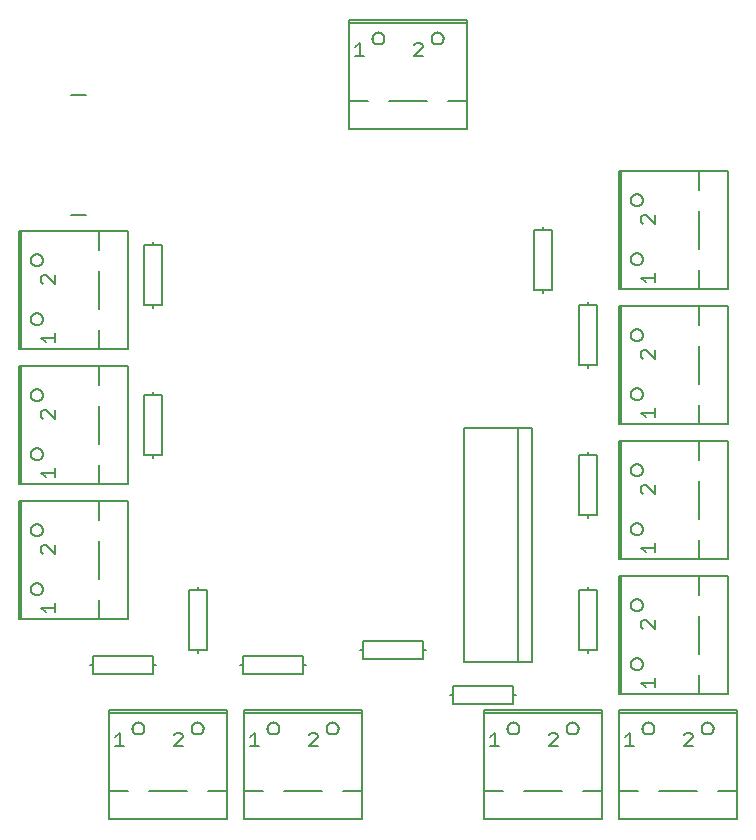
<source format=gto>
G75*
%MOIN*%
%OFA0B0*%
%FSLAX25Y25*%
%IPPOS*%
%LPD*%
%AMOC8*
5,1,8,0,0,1.08239X$1,22.5*
%
%ADD10C,0.00800*%
%ADD11C,0.00600*%
%ADD12C,0.00500*%
D10*
X0026600Y0053600D02*
X0026600Y0056600D01*
X0025600Y0056600D01*
X0026600Y0056600D02*
X0026600Y0059600D01*
X0046600Y0059600D01*
X0046600Y0056600D01*
X0047600Y0056600D01*
X0046600Y0056600D02*
X0046600Y0053600D01*
X0026600Y0053600D01*
X0058600Y0061600D02*
X0061600Y0061600D01*
X0061600Y0060600D01*
X0061600Y0061600D02*
X0064600Y0061600D01*
X0064600Y0081600D01*
X0061600Y0081600D01*
X0061600Y0082600D01*
X0061600Y0081600D02*
X0058600Y0081600D01*
X0058600Y0061600D01*
X0075600Y0056600D02*
X0076600Y0056600D01*
X0076600Y0059600D01*
X0096600Y0059600D01*
X0096600Y0056600D01*
X0097600Y0056600D01*
X0096600Y0056600D02*
X0096600Y0053600D01*
X0076600Y0053600D01*
X0076600Y0056600D01*
X0115600Y0061600D02*
X0116600Y0061600D01*
X0116600Y0064600D01*
X0136600Y0064600D01*
X0136600Y0061600D01*
X0137600Y0061600D01*
X0136600Y0061600D02*
X0136600Y0058600D01*
X0116600Y0058600D01*
X0116600Y0061600D01*
X0145600Y0046600D02*
X0146600Y0046600D01*
X0146600Y0049600D01*
X0166600Y0049600D01*
X0166600Y0046600D01*
X0167600Y0046600D01*
X0166600Y0046600D02*
X0166600Y0043600D01*
X0146600Y0043600D01*
X0146600Y0046600D01*
X0150183Y0057624D02*
X0150183Y0135576D01*
X0173017Y0135576D01*
X0173017Y0057624D01*
X0150183Y0057624D01*
X0168293Y0058017D02*
X0168293Y0135183D01*
X0188600Y0126600D02*
X0191600Y0126600D01*
X0191600Y0127600D01*
X0191600Y0126600D02*
X0194600Y0126600D01*
X0194600Y0106600D01*
X0191600Y0106600D01*
X0191600Y0105600D01*
X0191600Y0106600D02*
X0188600Y0106600D01*
X0188600Y0126600D01*
X0191600Y0155600D02*
X0191600Y0156600D01*
X0188600Y0156600D01*
X0188600Y0176600D01*
X0191600Y0176600D01*
X0191600Y0177600D01*
X0191600Y0176600D02*
X0194600Y0176600D01*
X0194600Y0156600D01*
X0191600Y0156600D01*
X0179600Y0181600D02*
X0176600Y0181600D01*
X0176600Y0180600D01*
X0176600Y0181600D02*
X0173600Y0181600D01*
X0173600Y0201600D01*
X0176600Y0201600D01*
X0176600Y0202600D01*
X0176600Y0201600D02*
X0179600Y0201600D01*
X0179600Y0181600D01*
X0191600Y0082600D02*
X0191600Y0081600D01*
X0194600Y0081600D01*
X0194600Y0061600D01*
X0191600Y0061600D01*
X0191600Y0060600D01*
X0191600Y0061600D02*
X0188600Y0061600D01*
X0188600Y0081600D01*
X0191600Y0081600D01*
X0049600Y0126600D02*
X0046600Y0126600D01*
X0046600Y0125600D01*
X0046600Y0126600D02*
X0043600Y0126600D01*
X0043600Y0146600D01*
X0046600Y0146600D01*
X0046600Y0147600D01*
X0046600Y0146600D02*
X0049600Y0146600D01*
X0049600Y0126600D01*
X0046600Y0175600D02*
X0046600Y0176600D01*
X0043600Y0176600D01*
X0043600Y0196600D01*
X0046600Y0196600D01*
X0046600Y0197600D01*
X0046600Y0196600D02*
X0049600Y0196600D01*
X0049600Y0176600D01*
X0046600Y0176600D01*
X0024100Y0206600D02*
X0019100Y0206600D01*
X0019100Y0246600D02*
X0024100Y0246600D01*
D11*
X0031958Y0014502D02*
X0031958Y0005100D01*
X0071257Y0005100D01*
X0071257Y0014502D01*
X0071257Y0040502D01*
X0031958Y0040502D01*
X0031958Y0041301D01*
X0071257Y0041301D01*
X0071257Y0040502D01*
X0076958Y0040502D02*
X0076958Y0041301D01*
X0116257Y0041301D01*
X0116257Y0040502D01*
X0116257Y0014502D01*
X0116257Y0005100D01*
X0076958Y0005100D01*
X0076958Y0014502D01*
X0076958Y0040502D01*
X0116257Y0040502D01*
X0104457Y0035300D02*
X0104459Y0035389D01*
X0104465Y0035478D01*
X0104475Y0035567D01*
X0104489Y0035655D01*
X0104506Y0035742D01*
X0104528Y0035828D01*
X0104554Y0035914D01*
X0104583Y0035998D01*
X0104616Y0036081D01*
X0104652Y0036162D01*
X0104693Y0036242D01*
X0104736Y0036319D01*
X0104783Y0036395D01*
X0104834Y0036468D01*
X0104887Y0036539D01*
X0104944Y0036608D01*
X0105004Y0036674D01*
X0105067Y0036738D01*
X0105132Y0036798D01*
X0105200Y0036856D01*
X0105271Y0036910D01*
X0105344Y0036961D01*
X0105419Y0037009D01*
X0105496Y0037054D01*
X0105575Y0037095D01*
X0105656Y0037132D01*
X0105738Y0037166D01*
X0105822Y0037197D01*
X0105907Y0037223D01*
X0105993Y0037246D01*
X0106080Y0037264D01*
X0106168Y0037279D01*
X0106257Y0037290D01*
X0106346Y0037297D01*
X0106435Y0037300D01*
X0106524Y0037299D01*
X0106613Y0037294D01*
X0106701Y0037285D01*
X0106790Y0037272D01*
X0106877Y0037255D01*
X0106964Y0037235D01*
X0107050Y0037210D01*
X0107134Y0037182D01*
X0107217Y0037150D01*
X0107299Y0037114D01*
X0107379Y0037075D01*
X0107457Y0037032D01*
X0107533Y0036986D01*
X0107607Y0036936D01*
X0107679Y0036883D01*
X0107748Y0036827D01*
X0107815Y0036768D01*
X0107879Y0036706D01*
X0107940Y0036642D01*
X0107999Y0036574D01*
X0108054Y0036504D01*
X0108106Y0036432D01*
X0108155Y0036357D01*
X0108200Y0036281D01*
X0108242Y0036202D01*
X0108280Y0036122D01*
X0108315Y0036040D01*
X0108346Y0035956D01*
X0108374Y0035871D01*
X0108397Y0035785D01*
X0108417Y0035698D01*
X0108433Y0035611D01*
X0108445Y0035522D01*
X0108453Y0035434D01*
X0108457Y0035345D01*
X0108457Y0035255D01*
X0108453Y0035166D01*
X0108445Y0035078D01*
X0108433Y0034989D01*
X0108417Y0034902D01*
X0108397Y0034815D01*
X0108374Y0034729D01*
X0108346Y0034644D01*
X0108315Y0034560D01*
X0108280Y0034478D01*
X0108242Y0034398D01*
X0108200Y0034319D01*
X0108155Y0034243D01*
X0108106Y0034168D01*
X0108054Y0034096D01*
X0107999Y0034026D01*
X0107940Y0033958D01*
X0107879Y0033894D01*
X0107815Y0033832D01*
X0107748Y0033773D01*
X0107679Y0033717D01*
X0107607Y0033664D01*
X0107533Y0033614D01*
X0107457Y0033568D01*
X0107379Y0033525D01*
X0107299Y0033486D01*
X0107217Y0033450D01*
X0107134Y0033418D01*
X0107050Y0033390D01*
X0106964Y0033365D01*
X0106877Y0033345D01*
X0106790Y0033328D01*
X0106701Y0033315D01*
X0106613Y0033306D01*
X0106524Y0033301D01*
X0106435Y0033300D01*
X0106346Y0033303D01*
X0106257Y0033310D01*
X0106168Y0033321D01*
X0106080Y0033336D01*
X0105993Y0033354D01*
X0105907Y0033377D01*
X0105822Y0033403D01*
X0105738Y0033434D01*
X0105656Y0033468D01*
X0105575Y0033505D01*
X0105496Y0033546D01*
X0105419Y0033591D01*
X0105344Y0033639D01*
X0105271Y0033690D01*
X0105200Y0033744D01*
X0105132Y0033802D01*
X0105067Y0033862D01*
X0105004Y0033926D01*
X0104944Y0033992D01*
X0104887Y0034061D01*
X0104834Y0034132D01*
X0104783Y0034205D01*
X0104736Y0034281D01*
X0104693Y0034358D01*
X0104652Y0034438D01*
X0104616Y0034519D01*
X0104583Y0034602D01*
X0104554Y0034686D01*
X0104528Y0034772D01*
X0104506Y0034858D01*
X0104489Y0034945D01*
X0104475Y0035033D01*
X0104465Y0035122D01*
X0104459Y0035211D01*
X0104457Y0035300D01*
X0102958Y0014502D02*
X0090257Y0014502D01*
X0083257Y0014502D02*
X0076958Y0014502D01*
X0071257Y0014502D02*
X0064958Y0014502D01*
X0057958Y0014502D02*
X0045257Y0014502D01*
X0038257Y0014502D02*
X0031958Y0014502D01*
X0031958Y0040502D01*
X0039757Y0035300D02*
X0039759Y0035389D01*
X0039765Y0035478D01*
X0039775Y0035567D01*
X0039789Y0035655D01*
X0039806Y0035742D01*
X0039828Y0035828D01*
X0039854Y0035914D01*
X0039883Y0035998D01*
X0039916Y0036081D01*
X0039952Y0036162D01*
X0039993Y0036242D01*
X0040036Y0036319D01*
X0040083Y0036395D01*
X0040134Y0036468D01*
X0040187Y0036539D01*
X0040244Y0036608D01*
X0040304Y0036674D01*
X0040367Y0036738D01*
X0040432Y0036798D01*
X0040500Y0036856D01*
X0040571Y0036910D01*
X0040644Y0036961D01*
X0040719Y0037009D01*
X0040796Y0037054D01*
X0040875Y0037095D01*
X0040956Y0037132D01*
X0041038Y0037166D01*
X0041122Y0037197D01*
X0041207Y0037223D01*
X0041293Y0037246D01*
X0041380Y0037264D01*
X0041468Y0037279D01*
X0041557Y0037290D01*
X0041646Y0037297D01*
X0041735Y0037300D01*
X0041824Y0037299D01*
X0041913Y0037294D01*
X0042001Y0037285D01*
X0042090Y0037272D01*
X0042177Y0037255D01*
X0042264Y0037235D01*
X0042350Y0037210D01*
X0042434Y0037182D01*
X0042517Y0037150D01*
X0042599Y0037114D01*
X0042679Y0037075D01*
X0042757Y0037032D01*
X0042833Y0036986D01*
X0042907Y0036936D01*
X0042979Y0036883D01*
X0043048Y0036827D01*
X0043115Y0036768D01*
X0043179Y0036706D01*
X0043240Y0036642D01*
X0043299Y0036574D01*
X0043354Y0036504D01*
X0043406Y0036432D01*
X0043455Y0036357D01*
X0043500Y0036281D01*
X0043542Y0036202D01*
X0043580Y0036122D01*
X0043615Y0036040D01*
X0043646Y0035956D01*
X0043674Y0035871D01*
X0043697Y0035785D01*
X0043717Y0035698D01*
X0043733Y0035611D01*
X0043745Y0035522D01*
X0043753Y0035434D01*
X0043757Y0035345D01*
X0043757Y0035255D01*
X0043753Y0035166D01*
X0043745Y0035078D01*
X0043733Y0034989D01*
X0043717Y0034902D01*
X0043697Y0034815D01*
X0043674Y0034729D01*
X0043646Y0034644D01*
X0043615Y0034560D01*
X0043580Y0034478D01*
X0043542Y0034398D01*
X0043500Y0034319D01*
X0043455Y0034243D01*
X0043406Y0034168D01*
X0043354Y0034096D01*
X0043299Y0034026D01*
X0043240Y0033958D01*
X0043179Y0033894D01*
X0043115Y0033832D01*
X0043048Y0033773D01*
X0042979Y0033717D01*
X0042907Y0033664D01*
X0042833Y0033614D01*
X0042757Y0033568D01*
X0042679Y0033525D01*
X0042599Y0033486D01*
X0042517Y0033450D01*
X0042434Y0033418D01*
X0042350Y0033390D01*
X0042264Y0033365D01*
X0042177Y0033345D01*
X0042090Y0033328D01*
X0042001Y0033315D01*
X0041913Y0033306D01*
X0041824Y0033301D01*
X0041735Y0033300D01*
X0041646Y0033303D01*
X0041557Y0033310D01*
X0041468Y0033321D01*
X0041380Y0033336D01*
X0041293Y0033354D01*
X0041207Y0033377D01*
X0041122Y0033403D01*
X0041038Y0033434D01*
X0040956Y0033468D01*
X0040875Y0033505D01*
X0040796Y0033546D01*
X0040719Y0033591D01*
X0040644Y0033639D01*
X0040571Y0033690D01*
X0040500Y0033744D01*
X0040432Y0033802D01*
X0040367Y0033862D01*
X0040304Y0033926D01*
X0040244Y0033992D01*
X0040187Y0034061D01*
X0040134Y0034132D01*
X0040083Y0034205D01*
X0040036Y0034281D01*
X0039993Y0034358D01*
X0039952Y0034438D01*
X0039916Y0034519D01*
X0039883Y0034602D01*
X0039854Y0034686D01*
X0039828Y0034772D01*
X0039806Y0034858D01*
X0039789Y0034945D01*
X0039775Y0035033D01*
X0039765Y0035122D01*
X0039759Y0035211D01*
X0039757Y0035300D01*
X0059457Y0035300D02*
X0059459Y0035389D01*
X0059465Y0035478D01*
X0059475Y0035567D01*
X0059489Y0035655D01*
X0059506Y0035742D01*
X0059528Y0035828D01*
X0059554Y0035914D01*
X0059583Y0035998D01*
X0059616Y0036081D01*
X0059652Y0036162D01*
X0059693Y0036242D01*
X0059736Y0036319D01*
X0059783Y0036395D01*
X0059834Y0036468D01*
X0059887Y0036539D01*
X0059944Y0036608D01*
X0060004Y0036674D01*
X0060067Y0036738D01*
X0060132Y0036798D01*
X0060200Y0036856D01*
X0060271Y0036910D01*
X0060344Y0036961D01*
X0060419Y0037009D01*
X0060496Y0037054D01*
X0060575Y0037095D01*
X0060656Y0037132D01*
X0060738Y0037166D01*
X0060822Y0037197D01*
X0060907Y0037223D01*
X0060993Y0037246D01*
X0061080Y0037264D01*
X0061168Y0037279D01*
X0061257Y0037290D01*
X0061346Y0037297D01*
X0061435Y0037300D01*
X0061524Y0037299D01*
X0061613Y0037294D01*
X0061701Y0037285D01*
X0061790Y0037272D01*
X0061877Y0037255D01*
X0061964Y0037235D01*
X0062050Y0037210D01*
X0062134Y0037182D01*
X0062217Y0037150D01*
X0062299Y0037114D01*
X0062379Y0037075D01*
X0062457Y0037032D01*
X0062533Y0036986D01*
X0062607Y0036936D01*
X0062679Y0036883D01*
X0062748Y0036827D01*
X0062815Y0036768D01*
X0062879Y0036706D01*
X0062940Y0036642D01*
X0062999Y0036574D01*
X0063054Y0036504D01*
X0063106Y0036432D01*
X0063155Y0036357D01*
X0063200Y0036281D01*
X0063242Y0036202D01*
X0063280Y0036122D01*
X0063315Y0036040D01*
X0063346Y0035956D01*
X0063374Y0035871D01*
X0063397Y0035785D01*
X0063417Y0035698D01*
X0063433Y0035611D01*
X0063445Y0035522D01*
X0063453Y0035434D01*
X0063457Y0035345D01*
X0063457Y0035255D01*
X0063453Y0035166D01*
X0063445Y0035078D01*
X0063433Y0034989D01*
X0063417Y0034902D01*
X0063397Y0034815D01*
X0063374Y0034729D01*
X0063346Y0034644D01*
X0063315Y0034560D01*
X0063280Y0034478D01*
X0063242Y0034398D01*
X0063200Y0034319D01*
X0063155Y0034243D01*
X0063106Y0034168D01*
X0063054Y0034096D01*
X0062999Y0034026D01*
X0062940Y0033958D01*
X0062879Y0033894D01*
X0062815Y0033832D01*
X0062748Y0033773D01*
X0062679Y0033717D01*
X0062607Y0033664D01*
X0062533Y0033614D01*
X0062457Y0033568D01*
X0062379Y0033525D01*
X0062299Y0033486D01*
X0062217Y0033450D01*
X0062134Y0033418D01*
X0062050Y0033390D01*
X0061964Y0033365D01*
X0061877Y0033345D01*
X0061790Y0033328D01*
X0061701Y0033315D01*
X0061613Y0033306D01*
X0061524Y0033301D01*
X0061435Y0033300D01*
X0061346Y0033303D01*
X0061257Y0033310D01*
X0061168Y0033321D01*
X0061080Y0033336D01*
X0060993Y0033354D01*
X0060907Y0033377D01*
X0060822Y0033403D01*
X0060738Y0033434D01*
X0060656Y0033468D01*
X0060575Y0033505D01*
X0060496Y0033546D01*
X0060419Y0033591D01*
X0060344Y0033639D01*
X0060271Y0033690D01*
X0060200Y0033744D01*
X0060132Y0033802D01*
X0060067Y0033862D01*
X0060004Y0033926D01*
X0059944Y0033992D01*
X0059887Y0034061D01*
X0059834Y0034132D01*
X0059783Y0034205D01*
X0059736Y0034281D01*
X0059693Y0034358D01*
X0059652Y0034438D01*
X0059616Y0034519D01*
X0059583Y0034602D01*
X0059554Y0034686D01*
X0059528Y0034772D01*
X0059506Y0034858D01*
X0059489Y0034945D01*
X0059475Y0035033D01*
X0059465Y0035122D01*
X0059459Y0035211D01*
X0059457Y0035300D01*
X0084757Y0035300D02*
X0084759Y0035389D01*
X0084765Y0035478D01*
X0084775Y0035567D01*
X0084789Y0035655D01*
X0084806Y0035742D01*
X0084828Y0035828D01*
X0084854Y0035914D01*
X0084883Y0035998D01*
X0084916Y0036081D01*
X0084952Y0036162D01*
X0084993Y0036242D01*
X0085036Y0036319D01*
X0085083Y0036395D01*
X0085134Y0036468D01*
X0085187Y0036539D01*
X0085244Y0036608D01*
X0085304Y0036674D01*
X0085367Y0036738D01*
X0085432Y0036798D01*
X0085500Y0036856D01*
X0085571Y0036910D01*
X0085644Y0036961D01*
X0085719Y0037009D01*
X0085796Y0037054D01*
X0085875Y0037095D01*
X0085956Y0037132D01*
X0086038Y0037166D01*
X0086122Y0037197D01*
X0086207Y0037223D01*
X0086293Y0037246D01*
X0086380Y0037264D01*
X0086468Y0037279D01*
X0086557Y0037290D01*
X0086646Y0037297D01*
X0086735Y0037300D01*
X0086824Y0037299D01*
X0086913Y0037294D01*
X0087001Y0037285D01*
X0087090Y0037272D01*
X0087177Y0037255D01*
X0087264Y0037235D01*
X0087350Y0037210D01*
X0087434Y0037182D01*
X0087517Y0037150D01*
X0087599Y0037114D01*
X0087679Y0037075D01*
X0087757Y0037032D01*
X0087833Y0036986D01*
X0087907Y0036936D01*
X0087979Y0036883D01*
X0088048Y0036827D01*
X0088115Y0036768D01*
X0088179Y0036706D01*
X0088240Y0036642D01*
X0088299Y0036574D01*
X0088354Y0036504D01*
X0088406Y0036432D01*
X0088455Y0036357D01*
X0088500Y0036281D01*
X0088542Y0036202D01*
X0088580Y0036122D01*
X0088615Y0036040D01*
X0088646Y0035956D01*
X0088674Y0035871D01*
X0088697Y0035785D01*
X0088717Y0035698D01*
X0088733Y0035611D01*
X0088745Y0035522D01*
X0088753Y0035434D01*
X0088757Y0035345D01*
X0088757Y0035255D01*
X0088753Y0035166D01*
X0088745Y0035078D01*
X0088733Y0034989D01*
X0088717Y0034902D01*
X0088697Y0034815D01*
X0088674Y0034729D01*
X0088646Y0034644D01*
X0088615Y0034560D01*
X0088580Y0034478D01*
X0088542Y0034398D01*
X0088500Y0034319D01*
X0088455Y0034243D01*
X0088406Y0034168D01*
X0088354Y0034096D01*
X0088299Y0034026D01*
X0088240Y0033958D01*
X0088179Y0033894D01*
X0088115Y0033832D01*
X0088048Y0033773D01*
X0087979Y0033717D01*
X0087907Y0033664D01*
X0087833Y0033614D01*
X0087757Y0033568D01*
X0087679Y0033525D01*
X0087599Y0033486D01*
X0087517Y0033450D01*
X0087434Y0033418D01*
X0087350Y0033390D01*
X0087264Y0033365D01*
X0087177Y0033345D01*
X0087090Y0033328D01*
X0087001Y0033315D01*
X0086913Y0033306D01*
X0086824Y0033301D01*
X0086735Y0033300D01*
X0086646Y0033303D01*
X0086557Y0033310D01*
X0086468Y0033321D01*
X0086380Y0033336D01*
X0086293Y0033354D01*
X0086207Y0033377D01*
X0086122Y0033403D01*
X0086038Y0033434D01*
X0085956Y0033468D01*
X0085875Y0033505D01*
X0085796Y0033546D01*
X0085719Y0033591D01*
X0085644Y0033639D01*
X0085571Y0033690D01*
X0085500Y0033744D01*
X0085432Y0033802D01*
X0085367Y0033862D01*
X0085304Y0033926D01*
X0085244Y0033992D01*
X0085187Y0034061D01*
X0085134Y0034132D01*
X0085083Y0034205D01*
X0085036Y0034281D01*
X0084993Y0034358D01*
X0084952Y0034438D01*
X0084916Y0034519D01*
X0084883Y0034602D01*
X0084854Y0034686D01*
X0084828Y0034772D01*
X0084806Y0034858D01*
X0084789Y0034945D01*
X0084775Y0035033D01*
X0084765Y0035122D01*
X0084759Y0035211D01*
X0084757Y0035300D01*
X0109958Y0014502D02*
X0116257Y0014502D01*
X0156958Y0014502D02*
X0156958Y0005100D01*
X0196257Y0005100D01*
X0196257Y0014502D01*
X0196257Y0040502D01*
X0156958Y0040502D01*
X0156958Y0041301D01*
X0196257Y0041301D01*
X0196257Y0040502D01*
X0201958Y0040502D02*
X0201958Y0041301D01*
X0241257Y0041301D01*
X0241257Y0040502D01*
X0241257Y0014502D01*
X0241257Y0005100D01*
X0201958Y0005100D01*
X0201958Y0014502D01*
X0201958Y0040502D01*
X0241257Y0040502D01*
X0238100Y0046958D02*
X0228698Y0046958D01*
X0202698Y0046958D01*
X0201899Y0046958D01*
X0201899Y0086257D01*
X0202698Y0086257D01*
X0228698Y0086257D01*
X0238100Y0086257D01*
X0238100Y0046958D01*
X0228698Y0046958D02*
X0228698Y0053257D01*
X0228698Y0060257D02*
X0228698Y0072958D01*
X0228698Y0079958D02*
X0228698Y0086257D01*
X0228698Y0091958D02*
X0202698Y0091958D01*
X0201899Y0091958D01*
X0201899Y0131257D01*
X0202698Y0131257D01*
X0228698Y0131257D01*
X0238100Y0131257D01*
X0238100Y0091958D01*
X0228698Y0091958D01*
X0228698Y0098257D01*
X0228698Y0105257D02*
X0228698Y0117958D01*
X0228698Y0124958D02*
X0228698Y0131257D01*
X0228698Y0136958D02*
X0202698Y0136958D01*
X0201899Y0136958D01*
X0201899Y0176257D01*
X0202698Y0176257D01*
X0228698Y0176257D01*
X0238100Y0176257D01*
X0238100Y0136958D01*
X0228698Y0136958D01*
X0228698Y0143257D01*
X0228698Y0150257D02*
X0228698Y0162958D01*
X0228698Y0169958D02*
X0228698Y0176257D01*
X0228698Y0181958D02*
X0202698Y0181958D01*
X0201899Y0181958D01*
X0201899Y0221257D01*
X0202698Y0221257D01*
X0228698Y0221257D01*
X0238100Y0221257D01*
X0238100Y0181958D01*
X0228698Y0181958D01*
X0228698Y0188257D01*
X0228698Y0195257D02*
X0228698Y0207958D01*
X0228698Y0214958D02*
X0228698Y0221257D01*
X0205900Y0211457D02*
X0205902Y0211546D01*
X0205908Y0211635D01*
X0205918Y0211724D01*
X0205932Y0211812D01*
X0205949Y0211899D01*
X0205971Y0211985D01*
X0205997Y0212071D01*
X0206026Y0212155D01*
X0206059Y0212238D01*
X0206095Y0212319D01*
X0206136Y0212399D01*
X0206179Y0212476D01*
X0206226Y0212552D01*
X0206277Y0212625D01*
X0206330Y0212696D01*
X0206387Y0212765D01*
X0206447Y0212831D01*
X0206510Y0212895D01*
X0206575Y0212955D01*
X0206643Y0213013D01*
X0206714Y0213067D01*
X0206787Y0213118D01*
X0206862Y0213166D01*
X0206939Y0213211D01*
X0207018Y0213252D01*
X0207099Y0213289D01*
X0207181Y0213323D01*
X0207265Y0213354D01*
X0207350Y0213380D01*
X0207436Y0213403D01*
X0207523Y0213421D01*
X0207611Y0213436D01*
X0207700Y0213447D01*
X0207789Y0213454D01*
X0207878Y0213457D01*
X0207967Y0213456D01*
X0208056Y0213451D01*
X0208144Y0213442D01*
X0208233Y0213429D01*
X0208320Y0213412D01*
X0208407Y0213392D01*
X0208493Y0213367D01*
X0208577Y0213339D01*
X0208660Y0213307D01*
X0208742Y0213271D01*
X0208822Y0213232D01*
X0208900Y0213189D01*
X0208976Y0213143D01*
X0209050Y0213093D01*
X0209122Y0213040D01*
X0209191Y0212984D01*
X0209258Y0212925D01*
X0209322Y0212863D01*
X0209383Y0212799D01*
X0209442Y0212731D01*
X0209497Y0212661D01*
X0209549Y0212589D01*
X0209598Y0212514D01*
X0209643Y0212438D01*
X0209685Y0212359D01*
X0209723Y0212279D01*
X0209758Y0212197D01*
X0209789Y0212113D01*
X0209817Y0212028D01*
X0209840Y0211942D01*
X0209860Y0211855D01*
X0209876Y0211768D01*
X0209888Y0211679D01*
X0209896Y0211591D01*
X0209900Y0211502D01*
X0209900Y0211412D01*
X0209896Y0211323D01*
X0209888Y0211235D01*
X0209876Y0211146D01*
X0209860Y0211059D01*
X0209840Y0210972D01*
X0209817Y0210886D01*
X0209789Y0210801D01*
X0209758Y0210717D01*
X0209723Y0210635D01*
X0209685Y0210555D01*
X0209643Y0210476D01*
X0209598Y0210400D01*
X0209549Y0210325D01*
X0209497Y0210253D01*
X0209442Y0210183D01*
X0209383Y0210115D01*
X0209322Y0210051D01*
X0209258Y0209989D01*
X0209191Y0209930D01*
X0209122Y0209874D01*
X0209050Y0209821D01*
X0208976Y0209771D01*
X0208900Y0209725D01*
X0208822Y0209682D01*
X0208742Y0209643D01*
X0208660Y0209607D01*
X0208577Y0209575D01*
X0208493Y0209547D01*
X0208407Y0209522D01*
X0208320Y0209502D01*
X0208233Y0209485D01*
X0208144Y0209472D01*
X0208056Y0209463D01*
X0207967Y0209458D01*
X0207878Y0209457D01*
X0207789Y0209460D01*
X0207700Y0209467D01*
X0207611Y0209478D01*
X0207523Y0209493D01*
X0207436Y0209511D01*
X0207350Y0209534D01*
X0207265Y0209560D01*
X0207181Y0209591D01*
X0207099Y0209625D01*
X0207018Y0209662D01*
X0206939Y0209703D01*
X0206862Y0209748D01*
X0206787Y0209796D01*
X0206714Y0209847D01*
X0206643Y0209901D01*
X0206575Y0209959D01*
X0206510Y0210019D01*
X0206447Y0210083D01*
X0206387Y0210149D01*
X0206330Y0210218D01*
X0206277Y0210289D01*
X0206226Y0210362D01*
X0206179Y0210438D01*
X0206136Y0210515D01*
X0206095Y0210595D01*
X0206059Y0210676D01*
X0206026Y0210759D01*
X0205997Y0210843D01*
X0205971Y0210929D01*
X0205949Y0211015D01*
X0205932Y0211102D01*
X0205918Y0211190D01*
X0205908Y0211279D01*
X0205902Y0211368D01*
X0205900Y0211457D01*
X0202698Y0221257D02*
X0202698Y0181958D01*
X0202698Y0176257D02*
X0202698Y0136958D01*
X0202698Y0131257D02*
X0202698Y0091958D01*
X0202698Y0086257D02*
X0202698Y0046958D01*
X0205900Y0056757D02*
X0205902Y0056846D01*
X0205908Y0056935D01*
X0205918Y0057024D01*
X0205932Y0057112D01*
X0205949Y0057199D01*
X0205971Y0057285D01*
X0205997Y0057371D01*
X0206026Y0057455D01*
X0206059Y0057538D01*
X0206095Y0057619D01*
X0206136Y0057699D01*
X0206179Y0057776D01*
X0206226Y0057852D01*
X0206277Y0057925D01*
X0206330Y0057996D01*
X0206387Y0058065D01*
X0206447Y0058131D01*
X0206510Y0058195D01*
X0206575Y0058255D01*
X0206643Y0058313D01*
X0206714Y0058367D01*
X0206787Y0058418D01*
X0206862Y0058466D01*
X0206939Y0058511D01*
X0207018Y0058552D01*
X0207099Y0058589D01*
X0207181Y0058623D01*
X0207265Y0058654D01*
X0207350Y0058680D01*
X0207436Y0058703D01*
X0207523Y0058721D01*
X0207611Y0058736D01*
X0207700Y0058747D01*
X0207789Y0058754D01*
X0207878Y0058757D01*
X0207967Y0058756D01*
X0208056Y0058751D01*
X0208144Y0058742D01*
X0208233Y0058729D01*
X0208320Y0058712D01*
X0208407Y0058692D01*
X0208493Y0058667D01*
X0208577Y0058639D01*
X0208660Y0058607D01*
X0208742Y0058571D01*
X0208822Y0058532D01*
X0208900Y0058489D01*
X0208976Y0058443D01*
X0209050Y0058393D01*
X0209122Y0058340D01*
X0209191Y0058284D01*
X0209258Y0058225D01*
X0209322Y0058163D01*
X0209383Y0058099D01*
X0209442Y0058031D01*
X0209497Y0057961D01*
X0209549Y0057889D01*
X0209598Y0057814D01*
X0209643Y0057738D01*
X0209685Y0057659D01*
X0209723Y0057579D01*
X0209758Y0057497D01*
X0209789Y0057413D01*
X0209817Y0057328D01*
X0209840Y0057242D01*
X0209860Y0057155D01*
X0209876Y0057068D01*
X0209888Y0056979D01*
X0209896Y0056891D01*
X0209900Y0056802D01*
X0209900Y0056712D01*
X0209896Y0056623D01*
X0209888Y0056535D01*
X0209876Y0056446D01*
X0209860Y0056359D01*
X0209840Y0056272D01*
X0209817Y0056186D01*
X0209789Y0056101D01*
X0209758Y0056017D01*
X0209723Y0055935D01*
X0209685Y0055855D01*
X0209643Y0055776D01*
X0209598Y0055700D01*
X0209549Y0055625D01*
X0209497Y0055553D01*
X0209442Y0055483D01*
X0209383Y0055415D01*
X0209322Y0055351D01*
X0209258Y0055289D01*
X0209191Y0055230D01*
X0209122Y0055174D01*
X0209050Y0055121D01*
X0208976Y0055071D01*
X0208900Y0055025D01*
X0208822Y0054982D01*
X0208742Y0054943D01*
X0208660Y0054907D01*
X0208577Y0054875D01*
X0208493Y0054847D01*
X0208407Y0054822D01*
X0208320Y0054802D01*
X0208233Y0054785D01*
X0208144Y0054772D01*
X0208056Y0054763D01*
X0207967Y0054758D01*
X0207878Y0054757D01*
X0207789Y0054760D01*
X0207700Y0054767D01*
X0207611Y0054778D01*
X0207523Y0054793D01*
X0207436Y0054811D01*
X0207350Y0054834D01*
X0207265Y0054860D01*
X0207181Y0054891D01*
X0207099Y0054925D01*
X0207018Y0054962D01*
X0206939Y0055003D01*
X0206862Y0055048D01*
X0206787Y0055096D01*
X0206714Y0055147D01*
X0206643Y0055201D01*
X0206575Y0055259D01*
X0206510Y0055319D01*
X0206447Y0055383D01*
X0206387Y0055449D01*
X0206330Y0055518D01*
X0206277Y0055589D01*
X0206226Y0055662D01*
X0206179Y0055738D01*
X0206136Y0055815D01*
X0206095Y0055895D01*
X0206059Y0055976D01*
X0206026Y0056059D01*
X0205997Y0056143D01*
X0205971Y0056229D01*
X0205949Y0056315D01*
X0205932Y0056402D01*
X0205918Y0056490D01*
X0205908Y0056579D01*
X0205902Y0056668D01*
X0205900Y0056757D01*
X0205900Y0076457D02*
X0205902Y0076546D01*
X0205908Y0076635D01*
X0205918Y0076724D01*
X0205932Y0076812D01*
X0205949Y0076899D01*
X0205971Y0076985D01*
X0205997Y0077071D01*
X0206026Y0077155D01*
X0206059Y0077238D01*
X0206095Y0077319D01*
X0206136Y0077399D01*
X0206179Y0077476D01*
X0206226Y0077552D01*
X0206277Y0077625D01*
X0206330Y0077696D01*
X0206387Y0077765D01*
X0206447Y0077831D01*
X0206510Y0077895D01*
X0206575Y0077955D01*
X0206643Y0078013D01*
X0206714Y0078067D01*
X0206787Y0078118D01*
X0206862Y0078166D01*
X0206939Y0078211D01*
X0207018Y0078252D01*
X0207099Y0078289D01*
X0207181Y0078323D01*
X0207265Y0078354D01*
X0207350Y0078380D01*
X0207436Y0078403D01*
X0207523Y0078421D01*
X0207611Y0078436D01*
X0207700Y0078447D01*
X0207789Y0078454D01*
X0207878Y0078457D01*
X0207967Y0078456D01*
X0208056Y0078451D01*
X0208144Y0078442D01*
X0208233Y0078429D01*
X0208320Y0078412D01*
X0208407Y0078392D01*
X0208493Y0078367D01*
X0208577Y0078339D01*
X0208660Y0078307D01*
X0208742Y0078271D01*
X0208822Y0078232D01*
X0208900Y0078189D01*
X0208976Y0078143D01*
X0209050Y0078093D01*
X0209122Y0078040D01*
X0209191Y0077984D01*
X0209258Y0077925D01*
X0209322Y0077863D01*
X0209383Y0077799D01*
X0209442Y0077731D01*
X0209497Y0077661D01*
X0209549Y0077589D01*
X0209598Y0077514D01*
X0209643Y0077438D01*
X0209685Y0077359D01*
X0209723Y0077279D01*
X0209758Y0077197D01*
X0209789Y0077113D01*
X0209817Y0077028D01*
X0209840Y0076942D01*
X0209860Y0076855D01*
X0209876Y0076768D01*
X0209888Y0076679D01*
X0209896Y0076591D01*
X0209900Y0076502D01*
X0209900Y0076412D01*
X0209896Y0076323D01*
X0209888Y0076235D01*
X0209876Y0076146D01*
X0209860Y0076059D01*
X0209840Y0075972D01*
X0209817Y0075886D01*
X0209789Y0075801D01*
X0209758Y0075717D01*
X0209723Y0075635D01*
X0209685Y0075555D01*
X0209643Y0075476D01*
X0209598Y0075400D01*
X0209549Y0075325D01*
X0209497Y0075253D01*
X0209442Y0075183D01*
X0209383Y0075115D01*
X0209322Y0075051D01*
X0209258Y0074989D01*
X0209191Y0074930D01*
X0209122Y0074874D01*
X0209050Y0074821D01*
X0208976Y0074771D01*
X0208900Y0074725D01*
X0208822Y0074682D01*
X0208742Y0074643D01*
X0208660Y0074607D01*
X0208577Y0074575D01*
X0208493Y0074547D01*
X0208407Y0074522D01*
X0208320Y0074502D01*
X0208233Y0074485D01*
X0208144Y0074472D01*
X0208056Y0074463D01*
X0207967Y0074458D01*
X0207878Y0074457D01*
X0207789Y0074460D01*
X0207700Y0074467D01*
X0207611Y0074478D01*
X0207523Y0074493D01*
X0207436Y0074511D01*
X0207350Y0074534D01*
X0207265Y0074560D01*
X0207181Y0074591D01*
X0207099Y0074625D01*
X0207018Y0074662D01*
X0206939Y0074703D01*
X0206862Y0074748D01*
X0206787Y0074796D01*
X0206714Y0074847D01*
X0206643Y0074901D01*
X0206575Y0074959D01*
X0206510Y0075019D01*
X0206447Y0075083D01*
X0206387Y0075149D01*
X0206330Y0075218D01*
X0206277Y0075289D01*
X0206226Y0075362D01*
X0206179Y0075438D01*
X0206136Y0075515D01*
X0206095Y0075595D01*
X0206059Y0075676D01*
X0206026Y0075759D01*
X0205997Y0075843D01*
X0205971Y0075929D01*
X0205949Y0076015D01*
X0205932Y0076102D01*
X0205918Y0076190D01*
X0205908Y0076279D01*
X0205902Y0076368D01*
X0205900Y0076457D01*
X0205900Y0101757D02*
X0205902Y0101846D01*
X0205908Y0101935D01*
X0205918Y0102024D01*
X0205932Y0102112D01*
X0205949Y0102199D01*
X0205971Y0102285D01*
X0205997Y0102371D01*
X0206026Y0102455D01*
X0206059Y0102538D01*
X0206095Y0102619D01*
X0206136Y0102699D01*
X0206179Y0102776D01*
X0206226Y0102852D01*
X0206277Y0102925D01*
X0206330Y0102996D01*
X0206387Y0103065D01*
X0206447Y0103131D01*
X0206510Y0103195D01*
X0206575Y0103255D01*
X0206643Y0103313D01*
X0206714Y0103367D01*
X0206787Y0103418D01*
X0206862Y0103466D01*
X0206939Y0103511D01*
X0207018Y0103552D01*
X0207099Y0103589D01*
X0207181Y0103623D01*
X0207265Y0103654D01*
X0207350Y0103680D01*
X0207436Y0103703D01*
X0207523Y0103721D01*
X0207611Y0103736D01*
X0207700Y0103747D01*
X0207789Y0103754D01*
X0207878Y0103757D01*
X0207967Y0103756D01*
X0208056Y0103751D01*
X0208144Y0103742D01*
X0208233Y0103729D01*
X0208320Y0103712D01*
X0208407Y0103692D01*
X0208493Y0103667D01*
X0208577Y0103639D01*
X0208660Y0103607D01*
X0208742Y0103571D01*
X0208822Y0103532D01*
X0208900Y0103489D01*
X0208976Y0103443D01*
X0209050Y0103393D01*
X0209122Y0103340D01*
X0209191Y0103284D01*
X0209258Y0103225D01*
X0209322Y0103163D01*
X0209383Y0103099D01*
X0209442Y0103031D01*
X0209497Y0102961D01*
X0209549Y0102889D01*
X0209598Y0102814D01*
X0209643Y0102738D01*
X0209685Y0102659D01*
X0209723Y0102579D01*
X0209758Y0102497D01*
X0209789Y0102413D01*
X0209817Y0102328D01*
X0209840Y0102242D01*
X0209860Y0102155D01*
X0209876Y0102068D01*
X0209888Y0101979D01*
X0209896Y0101891D01*
X0209900Y0101802D01*
X0209900Y0101712D01*
X0209896Y0101623D01*
X0209888Y0101535D01*
X0209876Y0101446D01*
X0209860Y0101359D01*
X0209840Y0101272D01*
X0209817Y0101186D01*
X0209789Y0101101D01*
X0209758Y0101017D01*
X0209723Y0100935D01*
X0209685Y0100855D01*
X0209643Y0100776D01*
X0209598Y0100700D01*
X0209549Y0100625D01*
X0209497Y0100553D01*
X0209442Y0100483D01*
X0209383Y0100415D01*
X0209322Y0100351D01*
X0209258Y0100289D01*
X0209191Y0100230D01*
X0209122Y0100174D01*
X0209050Y0100121D01*
X0208976Y0100071D01*
X0208900Y0100025D01*
X0208822Y0099982D01*
X0208742Y0099943D01*
X0208660Y0099907D01*
X0208577Y0099875D01*
X0208493Y0099847D01*
X0208407Y0099822D01*
X0208320Y0099802D01*
X0208233Y0099785D01*
X0208144Y0099772D01*
X0208056Y0099763D01*
X0207967Y0099758D01*
X0207878Y0099757D01*
X0207789Y0099760D01*
X0207700Y0099767D01*
X0207611Y0099778D01*
X0207523Y0099793D01*
X0207436Y0099811D01*
X0207350Y0099834D01*
X0207265Y0099860D01*
X0207181Y0099891D01*
X0207099Y0099925D01*
X0207018Y0099962D01*
X0206939Y0100003D01*
X0206862Y0100048D01*
X0206787Y0100096D01*
X0206714Y0100147D01*
X0206643Y0100201D01*
X0206575Y0100259D01*
X0206510Y0100319D01*
X0206447Y0100383D01*
X0206387Y0100449D01*
X0206330Y0100518D01*
X0206277Y0100589D01*
X0206226Y0100662D01*
X0206179Y0100738D01*
X0206136Y0100815D01*
X0206095Y0100895D01*
X0206059Y0100976D01*
X0206026Y0101059D01*
X0205997Y0101143D01*
X0205971Y0101229D01*
X0205949Y0101315D01*
X0205932Y0101402D01*
X0205918Y0101490D01*
X0205908Y0101579D01*
X0205902Y0101668D01*
X0205900Y0101757D01*
X0205900Y0121457D02*
X0205902Y0121546D01*
X0205908Y0121635D01*
X0205918Y0121724D01*
X0205932Y0121812D01*
X0205949Y0121899D01*
X0205971Y0121985D01*
X0205997Y0122071D01*
X0206026Y0122155D01*
X0206059Y0122238D01*
X0206095Y0122319D01*
X0206136Y0122399D01*
X0206179Y0122476D01*
X0206226Y0122552D01*
X0206277Y0122625D01*
X0206330Y0122696D01*
X0206387Y0122765D01*
X0206447Y0122831D01*
X0206510Y0122895D01*
X0206575Y0122955D01*
X0206643Y0123013D01*
X0206714Y0123067D01*
X0206787Y0123118D01*
X0206862Y0123166D01*
X0206939Y0123211D01*
X0207018Y0123252D01*
X0207099Y0123289D01*
X0207181Y0123323D01*
X0207265Y0123354D01*
X0207350Y0123380D01*
X0207436Y0123403D01*
X0207523Y0123421D01*
X0207611Y0123436D01*
X0207700Y0123447D01*
X0207789Y0123454D01*
X0207878Y0123457D01*
X0207967Y0123456D01*
X0208056Y0123451D01*
X0208144Y0123442D01*
X0208233Y0123429D01*
X0208320Y0123412D01*
X0208407Y0123392D01*
X0208493Y0123367D01*
X0208577Y0123339D01*
X0208660Y0123307D01*
X0208742Y0123271D01*
X0208822Y0123232D01*
X0208900Y0123189D01*
X0208976Y0123143D01*
X0209050Y0123093D01*
X0209122Y0123040D01*
X0209191Y0122984D01*
X0209258Y0122925D01*
X0209322Y0122863D01*
X0209383Y0122799D01*
X0209442Y0122731D01*
X0209497Y0122661D01*
X0209549Y0122589D01*
X0209598Y0122514D01*
X0209643Y0122438D01*
X0209685Y0122359D01*
X0209723Y0122279D01*
X0209758Y0122197D01*
X0209789Y0122113D01*
X0209817Y0122028D01*
X0209840Y0121942D01*
X0209860Y0121855D01*
X0209876Y0121768D01*
X0209888Y0121679D01*
X0209896Y0121591D01*
X0209900Y0121502D01*
X0209900Y0121412D01*
X0209896Y0121323D01*
X0209888Y0121235D01*
X0209876Y0121146D01*
X0209860Y0121059D01*
X0209840Y0120972D01*
X0209817Y0120886D01*
X0209789Y0120801D01*
X0209758Y0120717D01*
X0209723Y0120635D01*
X0209685Y0120555D01*
X0209643Y0120476D01*
X0209598Y0120400D01*
X0209549Y0120325D01*
X0209497Y0120253D01*
X0209442Y0120183D01*
X0209383Y0120115D01*
X0209322Y0120051D01*
X0209258Y0119989D01*
X0209191Y0119930D01*
X0209122Y0119874D01*
X0209050Y0119821D01*
X0208976Y0119771D01*
X0208900Y0119725D01*
X0208822Y0119682D01*
X0208742Y0119643D01*
X0208660Y0119607D01*
X0208577Y0119575D01*
X0208493Y0119547D01*
X0208407Y0119522D01*
X0208320Y0119502D01*
X0208233Y0119485D01*
X0208144Y0119472D01*
X0208056Y0119463D01*
X0207967Y0119458D01*
X0207878Y0119457D01*
X0207789Y0119460D01*
X0207700Y0119467D01*
X0207611Y0119478D01*
X0207523Y0119493D01*
X0207436Y0119511D01*
X0207350Y0119534D01*
X0207265Y0119560D01*
X0207181Y0119591D01*
X0207099Y0119625D01*
X0207018Y0119662D01*
X0206939Y0119703D01*
X0206862Y0119748D01*
X0206787Y0119796D01*
X0206714Y0119847D01*
X0206643Y0119901D01*
X0206575Y0119959D01*
X0206510Y0120019D01*
X0206447Y0120083D01*
X0206387Y0120149D01*
X0206330Y0120218D01*
X0206277Y0120289D01*
X0206226Y0120362D01*
X0206179Y0120438D01*
X0206136Y0120515D01*
X0206095Y0120595D01*
X0206059Y0120676D01*
X0206026Y0120759D01*
X0205997Y0120843D01*
X0205971Y0120929D01*
X0205949Y0121015D01*
X0205932Y0121102D01*
X0205918Y0121190D01*
X0205908Y0121279D01*
X0205902Y0121368D01*
X0205900Y0121457D01*
X0205900Y0146757D02*
X0205902Y0146846D01*
X0205908Y0146935D01*
X0205918Y0147024D01*
X0205932Y0147112D01*
X0205949Y0147199D01*
X0205971Y0147285D01*
X0205997Y0147371D01*
X0206026Y0147455D01*
X0206059Y0147538D01*
X0206095Y0147619D01*
X0206136Y0147699D01*
X0206179Y0147776D01*
X0206226Y0147852D01*
X0206277Y0147925D01*
X0206330Y0147996D01*
X0206387Y0148065D01*
X0206447Y0148131D01*
X0206510Y0148195D01*
X0206575Y0148255D01*
X0206643Y0148313D01*
X0206714Y0148367D01*
X0206787Y0148418D01*
X0206862Y0148466D01*
X0206939Y0148511D01*
X0207018Y0148552D01*
X0207099Y0148589D01*
X0207181Y0148623D01*
X0207265Y0148654D01*
X0207350Y0148680D01*
X0207436Y0148703D01*
X0207523Y0148721D01*
X0207611Y0148736D01*
X0207700Y0148747D01*
X0207789Y0148754D01*
X0207878Y0148757D01*
X0207967Y0148756D01*
X0208056Y0148751D01*
X0208144Y0148742D01*
X0208233Y0148729D01*
X0208320Y0148712D01*
X0208407Y0148692D01*
X0208493Y0148667D01*
X0208577Y0148639D01*
X0208660Y0148607D01*
X0208742Y0148571D01*
X0208822Y0148532D01*
X0208900Y0148489D01*
X0208976Y0148443D01*
X0209050Y0148393D01*
X0209122Y0148340D01*
X0209191Y0148284D01*
X0209258Y0148225D01*
X0209322Y0148163D01*
X0209383Y0148099D01*
X0209442Y0148031D01*
X0209497Y0147961D01*
X0209549Y0147889D01*
X0209598Y0147814D01*
X0209643Y0147738D01*
X0209685Y0147659D01*
X0209723Y0147579D01*
X0209758Y0147497D01*
X0209789Y0147413D01*
X0209817Y0147328D01*
X0209840Y0147242D01*
X0209860Y0147155D01*
X0209876Y0147068D01*
X0209888Y0146979D01*
X0209896Y0146891D01*
X0209900Y0146802D01*
X0209900Y0146712D01*
X0209896Y0146623D01*
X0209888Y0146535D01*
X0209876Y0146446D01*
X0209860Y0146359D01*
X0209840Y0146272D01*
X0209817Y0146186D01*
X0209789Y0146101D01*
X0209758Y0146017D01*
X0209723Y0145935D01*
X0209685Y0145855D01*
X0209643Y0145776D01*
X0209598Y0145700D01*
X0209549Y0145625D01*
X0209497Y0145553D01*
X0209442Y0145483D01*
X0209383Y0145415D01*
X0209322Y0145351D01*
X0209258Y0145289D01*
X0209191Y0145230D01*
X0209122Y0145174D01*
X0209050Y0145121D01*
X0208976Y0145071D01*
X0208900Y0145025D01*
X0208822Y0144982D01*
X0208742Y0144943D01*
X0208660Y0144907D01*
X0208577Y0144875D01*
X0208493Y0144847D01*
X0208407Y0144822D01*
X0208320Y0144802D01*
X0208233Y0144785D01*
X0208144Y0144772D01*
X0208056Y0144763D01*
X0207967Y0144758D01*
X0207878Y0144757D01*
X0207789Y0144760D01*
X0207700Y0144767D01*
X0207611Y0144778D01*
X0207523Y0144793D01*
X0207436Y0144811D01*
X0207350Y0144834D01*
X0207265Y0144860D01*
X0207181Y0144891D01*
X0207099Y0144925D01*
X0207018Y0144962D01*
X0206939Y0145003D01*
X0206862Y0145048D01*
X0206787Y0145096D01*
X0206714Y0145147D01*
X0206643Y0145201D01*
X0206575Y0145259D01*
X0206510Y0145319D01*
X0206447Y0145383D01*
X0206387Y0145449D01*
X0206330Y0145518D01*
X0206277Y0145589D01*
X0206226Y0145662D01*
X0206179Y0145738D01*
X0206136Y0145815D01*
X0206095Y0145895D01*
X0206059Y0145976D01*
X0206026Y0146059D01*
X0205997Y0146143D01*
X0205971Y0146229D01*
X0205949Y0146315D01*
X0205932Y0146402D01*
X0205918Y0146490D01*
X0205908Y0146579D01*
X0205902Y0146668D01*
X0205900Y0146757D01*
X0205900Y0166457D02*
X0205902Y0166546D01*
X0205908Y0166635D01*
X0205918Y0166724D01*
X0205932Y0166812D01*
X0205949Y0166899D01*
X0205971Y0166985D01*
X0205997Y0167071D01*
X0206026Y0167155D01*
X0206059Y0167238D01*
X0206095Y0167319D01*
X0206136Y0167399D01*
X0206179Y0167476D01*
X0206226Y0167552D01*
X0206277Y0167625D01*
X0206330Y0167696D01*
X0206387Y0167765D01*
X0206447Y0167831D01*
X0206510Y0167895D01*
X0206575Y0167955D01*
X0206643Y0168013D01*
X0206714Y0168067D01*
X0206787Y0168118D01*
X0206862Y0168166D01*
X0206939Y0168211D01*
X0207018Y0168252D01*
X0207099Y0168289D01*
X0207181Y0168323D01*
X0207265Y0168354D01*
X0207350Y0168380D01*
X0207436Y0168403D01*
X0207523Y0168421D01*
X0207611Y0168436D01*
X0207700Y0168447D01*
X0207789Y0168454D01*
X0207878Y0168457D01*
X0207967Y0168456D01*
X0208056Y0168451D01*
X0208144Y0168442D01*
X0208233Y0168429D01*
X0208320Y0168412D01*
X0208407Y0168392D01*
X0208493Y0168367D01*
X0208577Y0168339D01*
X0208660Y0168307D01*
X0208742Y0168271D01*
X0208822Y0168232D01*
X0208900Y0168189D01*
X0208976Y0168143D01*
X0209050Y0168093D01*
X0209122Y0168040D01*
X0209191Y0167984D01*
X0209258Y0167925D01*
X0209322Y0167863D01*
X0209383Y0167799D01*
X0209442Y0167731D01*
X0209497Y0167661D01*
X0209549Y0167589D01*
X0209598Y0167514D01*
X0209643Y0167438D01*
X0209685Y0167359D01*
X0209723Y0167279D01*
X0209758Y0167197D01*
X0209789Y0167113D01*
X0209817Y0167028D01*
X0209840Y0166942D01*
X0209860Y0166855D01*
X0209876Y0166768D01*
X0209888Y0166679D01*
X0209896Y0166591D01*
X0209900Y0166502D01*
X0209900Y0166412D01*
X0209896Y0166323D01*
X0209888Y0166235D01*
X0209876Y0166146D01*
X0209860Y0166059D01*
X0209840Y0165972D01*
X0209817Y0165886D01*
X0209789Y0165801D01*
X0209758Y0165717D01*
X0209723Y0165635D01*
X0209685Y0165555D01*
X0209643Y0165476D01*
X0209598Y0165400D01*
X0209549Y0165325D01*
X0209497Y0165253D01*
X0209442Y0165183D01*
X0209383Y0165115D01*
X0209322Y0165051D01*
X0209258Y0164989D01*
X0209191Y0164930D01*
X0209122Y0164874D01*
X0209050Y0164821D01*
X0208976Y0164771D01*
X0208900Y0164725D01*
X0208822Y0164682D01*
X0208742Y0164643D01*
X0208660Y0164607D01*
X0208577Y0164575D01*
X0208493Y0164547D01*
X0208407Y0164522D01*
X0208320Y0164502D01*
X0208233Y0164485D01*
X0208144Y0164472D01*
X0208056Y0164463D01*
X0207967Y0164458D01*
X0207878Y0164457D01*
X0207789Y0164460D01*
X0207700Y0164467D01*
X0207611Y0164478D01*
X0207523Y0164493D01*
X0207436Y0164511D01*
X0207350Y0164534D01*
X0207265Y0164560D01*
X0207181Y0164591D01*
X0207099Y0164625D01*
X0207018Y0164662D01*
X0206939Y0164703D01*
X0206862Y0164748D01*
X0206787Y0164796D01*
X0206714Y0164847D01*
X0206643Y0164901D01*
X0206575Y0164959D01*
X0206510Y0165019D01*
X0206447Y0165083D01*
X0206387Y0165149D01*
X0206330Y0165218D01*
X0206277Y0165289D01*
X0206226Y0165362D01*
X0206179Y0165438D01*
X0206136Y0165515D01*
X0206095Y0165595D01*
X0206059Y0165676D01*
X0206026Y0165759D01*
X0205997Y0165843D01*
X0205971Y0165929D01*
X0205949Y0166015D01*
X0205932Y0166102D01*
X0205918Y0166190D01*
X0205908Y0166279D01*
X0205902Y0166368D01*
X0205900Y0166457D01*
X0205900Y0191757D02*
X0205902Y0191846D01*
X0205908Y0191935D01*
X0205918Y0192024D01*
X0205932Y0192112D01*
X0205949Y0192199D01*
X0205971Y0192285D01*
X0205997Y0192371D01*
X0206026Y0192455D01*
X0206059Y0192538D01*
X0206095Y0192619D01*
X0206136Y0192699D01*
X0206179Y0192776D01*
X0206226Y0192852D01*
X0206277Y0192925D01*
X0206330Y0192996D01*
X0206387Y0193065D01*
X0206447Y0193131D01*
X0206510Y0193195D01*
X0206575Y0193255D01*
X0206643Y0193313D01*
X0206714Y0193367D01*
X0206787Y0193418D01*
X0206862Y0193466D01*
X0206939Y0193511D01*
X0207018Y0193552D01*
X0207099Y0193589D01*
X0207181Y0193623D01*
X0207265Y0193654D01*
X0207350Y0193680D01*
X0207436Y0193703D01*
X0207523Y0193721D01*
X0207611Y0193736D01*
X0207700Y0193747D01*
X0207789Y0193754D01*
X0207878Y0193757D01*
X0207967Y0193756D01*
X0208056Y0193751D01*
X0208144Y0193742D01*
X0208233Y0193729D01*
X0208320Y0193712D01*
X0208407Y0193692D01*
X0208493Y0193667D01*
X0208577Y0193639D01*
X0208660Y0193607D01*
X0208742Y0193571D01*
X0208822Y0193532D01*
X0208900Y0193489D01*
X0208976Y0193443D01*
X0209050Y0193393D01*
X0209122Y0193340D01*
X0209191Y0193284D01*
X0209258Y0193225D01*
X0209322Y0193163D01*
X0209383Y0193099D01*
X0209442Y0193031D01*
X0209497Y0192961D01*
X0209549Y0192889D01*
X0209598Y0192814D01*
X0209643Y0192738D01*
X0209685Y0192659D01*
X0209723Y0192579D01*
X0209758Y0192497D01*
X0209789Y0192413D01*
X0209817Y0192328D01*
X0209840Y0192242D01*
X0209860Y0192155D01*
X0209876Y0192068D01*
X0209888Y0191979D01*
X0209896Y0191891D01*
X0209900Y0191802D01*
X0209900Y0191712D01*
X0209896Y0191623D01*
X0209888Y0191535D01*
X0209876Y0191446D01*
X0209860Y0191359D01*
X0209840Y0191272D01*
X0209817Y0191186D01*
X0209789Y0191101D01*
X0209758Y0191017D01*
X0209723Y0190935D01*
X0209685Y0190855D01*
X0209643Y0190776D01*
X0209598Y0190700D01*
X0209549Y0190625D01*
X0209497Y0190553D01*
X0209442Y0190483D01*
X0209383Y0190415D01*
X0209322Y0190351D01*
X0209258Y0190289D01*
X0209191Y0190230D01*
X0209122Y0190174D01*
X0209050Y0190121D01*
X0208976Y0190071D01*
X0208900Y0190025D01*
X0208822Y0189982D01*
X0208742Y0189943D01*
X0208660Y0189907D01*
X0208577Y0189875D01*
X0208493Y0189847D01*
X0208407Y0189822D01*
X0208320Y0189802D01*
X0208233Y0189785D01*
X0208144Y0189772D01*
X0208056Y0189763D01*
X0207967Y0189758D01*
X0207878Y0189757D01*
X0207789Y0189760D01*
X0207700Y0189767D01*
X0207611Y0189778D01*
X0207523Y0189793D01*
X0207436Y0189811D01*
X0207350Y0189834D01*
X0207265Y0189860D01*
X0207181Y0189891D01*
X0207099Y0189925D01*
X0207018Y0189962D01*
X0206939Y0190003D01*
X0206862Y0190048D01*
X0206787Y0190096D01*
X0206714Y0190147D01*
X0206643Y0190201D01*
X0206575Y0190259D01*
X0206510Y0190319D01*
X0206447Y0190383D01*
X0206387Y0190449D01*
X0206330Y0190518D01*
X0206277Y0190589D01*
X0206226Y0190662D01*
X0206179Y0190738D01*
X0206136Y0190815D01*
X0206095Y0190895D01*
X0206059Y0190976D01*
X0206026Y0191059D01*
X0205997Y0191143D01*
X0205971Y0191229D01*
X0205949Y0191315D01*
X0205932Y0191402D01*
X0205918Y0191490D01*
X0205908Y0191579D01*
X0205902Y0191668D01*
X0205900Y0191757D01*
X0151257Y0235100D02*
X0151257Y0244502D01*
X0151257Y0270502D01*
X0111958Y0270502D01*
X0111958Y0271301D01*
X0151257Y0271301D01*
X0151257Y0270502D01*
X0139457Y0265300D02*
X0139459Y0265389D01*
X0139465Y0265478D01*
X0139475Y0265567D01*
X0139489Y0265655D01*
X0139506Y0265742D01*
X0139528Y0265828D01*
X0139554Y0265914D01*
X0139583Y0265998D01*
X0139616Y0266081D01*
X0139652Y0266162D01*
X0139693Y0266242D01*
X0139736Y0266319D01*
X0139783Y0266395D01*
X0139834Y0266468D01*
X0139887Y0266539D01*
X0139944Y0266608D01*
X0140004Y0266674D01*
X0140067Y0266738D01*
X0140132Y0266798D01*
X0140200Y0266856D01*
X0140271Y0266910D01*
X0140344Y0266961D01*
X0140419Y0267009D01*
X0140496Y0267054D01*
X0140575Y0267095D01*
X0140656Y0267132D01*
X0140738Y0267166D01*
X0140822Y0267197D01*
X0140907Y0267223D01*
X0140993Y0267246D01*
X0141080Y0267264D01*
X0141168Y0267279D01*
X0141257Y0267290D01*
X0141346Y0267297D01*
X0141435Y0267300D01*
X0141524Y0267299D01*
X0141613Y0267294D01*
X0141701Y0267285D01*
X0141790Y0267272D01*
X0141877Y0267255D01*
X0141964Y0267235D01*
X0142050Y0267210D01*
X0142134Y0267182D01*
X0142217Y0267150D01*
X0142299Y0267114D01*
X0142379Y0267075D01*
X0142457Y0267032D01*
X0142533Y0266986D01*
X0142607Y0266936D01*
X0142679Y0266883D01*
X0142748Y0266827D01*
X0142815Y0266768D01*
X0142879Y0266706D01*
X0142940Y0266642D01*
X0142999Y0266574D01*
X0143054Y0266504D01*
X0143106Y0266432D01*
X0143155Y0266357D01*
X0143200Y0266281D01*
X0143242Y0266202D01*
X0143280Y0266122D01*
X0143315Y0266040D01*
X0143346Y0265956D01*
X0143374Y0265871D01*
X0143397Y0265785D01*
X0143417Y0265698D01*
X0143433Y0265611D01*
X0143445Y0265522D01*
X0143453Y0265434D01*
X0143457Y0265345D01*
X0143457Y0265255D01*
X0143453Y0265166D01*
X0143445Y0265078D01*
X0143433Y0264989D01*
X0143417Y0264902D01*
X0143397Y0264815D01*
X0143374Y0264729D01*
X0143346Y0264644D01*
X0143315Y0264560D01*
X0143280Y0264478D01*
X0143242Y0264398D01*
X0143200Y0264319D01*
X0143155Y0264243D01*
X0143106Y0264168D01*
X0143054Y0264096D01*
X0142999Y0264026D01*
X0142940Y0263958D01*
X0142879Y0263894D01*
X0142815Y0263832D01*
X0142748Y0263773D01*
X0142679Y0263717D01*
X0142607Y0263664D01*
X0142533Y0263614D01*
X0142457Y0263568D01*
X0142379Y0263525D01*
X0142299Y0263486D01*
X0142217Y0263450D01*
X0142134Y0263418D01*
X0142050Y0263390D01*
X0141964Y0263365D01*
X0141877Y0263345D01*
X0141790Y0263328D01*
X0141701Y0263315D01*
X0141613Y0263306D01*
X0141524Y0263301D01*
X0141435Y0263300D01*
X0141346Y0263303D01*
X0141257Y0263310D01*
X0141168Y0263321D01*
X0141080Y0263336D01*
X0140993Y0263354D01*
X0140907Y0263377D01*
X0140822Y0263403D01*
X0140738Y0263434D01*
X0140656Y0263468D01*
X0140575Y0263505D01*
X0140496Y0263546D01*
X0140419Y0263591D01*
X0140344Y0263639D01*
X0140271Y0263690D01*
X0140200Y0263744D01*
X0140132Y0263802D01*
X0140067Y0263862D01*
X0140004Y0263926D01*
X0139944Y0263992D01*
X0139887Y0264061D01*
X0139834Y0264132D01*
X0139783Y0264205D01*
X0139736Y0264281D01*
X0139693Y0264358D01*
X0139652Y0264438D01*
X0139616Y0264519D01*
X0139583Y0264602D01*
X0139554Y0264686D01*
X0139528Y0264772D01*
X0139506Y0264858D01*
X0139489Y0264945D01*
X0139475Y0265033D01*
X0139465Y0265122D01*
X0139459Y0265211D01*
X0139457Y0265300D01*
X0119757Y0265300D02*
X0119759Y0265389D01*
X0119765Y0265478D01*
X0119775Y0265567D01*
X0119789Y0265655D01*
X0119806Y0265742D01*
X0119828Y0265828D01*
X0119854Y0265914D01*
X0119883Y0265998D01*
X0119916Y0266081D01*
X0119952Y0266162D01*
X0119993Y0266242D01*
X0120036Y0266319D01*
X0120083Y0266395D01*
X0120134Y0266468D01*
X0120187Y0266539D01*
X0120244Y0266608D01*
X0120304Y0266674D01*
X0120367Y0266738D01*
X0120432Y0266798D01*
X0120500Y0266856D01*
X0120571Y0266910D01*
X0120644Y0266961D01*
X0120719Y0267009D01*
X0120796Y0267054D01*
X0120875Y0267095D01*
X0120956Y0267132D01*
X0121038Y0267166D01*
X0121122Y0267197D01*
X0121207Y0267223D01*
X0121293Y0267246D01*
X0121380Y0267264D01*
X0121468Y0267279D01*
X0121557Y0267290D01*
X0121646Y0267297D01*
X0121735Y0267300D01*
X0121824Y0267299D01*
X0121913Y0267294D01*
X0122001Y0267285D01*
X0122090Y0267272D01*
X0122177Y0267255D01*
X0122264Y0267235D01*
X0122350Y0267210D01*
X0122434Y0267182D01*
X0122517Y0267150D01*
X0122599Y0267114D01*
X0122679Y0267075D01*
X0122757Y0267032D01*
X0122833Y0266986D01*
X0122907Y0266936D01*
X0122979Y0266883D01*
X0123048Y0266827D01*
X0123115Y0266768D01*
X0123179Y0266706D01*
X0123240Y0266642D01*
X0123299Y0266574D01*
X0123354Y0266504D01*
X0123406Y0266432D01*
X0123455Y0266357D01*
X0123500Y0266281D01*
X0123542Y0266202D01*
X0123580Y0266122D01*
X0123615Y0266040D01*
X0123646Y0265956D01*
X0123674Y0265871D01*
X0123697Y0265785D01*
X0123717Y0265698D01*
X0123733Y0265611D01*
X0123745Y0265522D01*
X0123753Y0265434D01*
X0123757Y0265345D01*
X0123757Y0265255D01*
X0123753Y0265166D01*
X0123745Y0265078D01*
X0123733Y0264989D01*
X0123717Y0264902D01*
X0123697Y0264815D01*
X0123674Y0264729D01*
X0123646Y0264644D01*
X0123615Y0264560D01*
X0123580Y0264478D01*
X0123542Y0264398D01*
X0123500Y0264319D01*
X0123455Y0264243D01*
X0123406Y0264168D01*
X0123354Y0264096D01*
X0123299Y0264026D01*
X0123240Y0263958D01*
X0123179Y0263894D01*
X0123115Y0263832D01*
X0123048Y0263773D01*
X0122979Y0263717D01*
X0122907Y0263664D01*
X0122833Y0263614D01*
X0122757Y0263568D01*
X0122679Y0263525D01*
X0122599Y0263486D01*
X0122517Y0263450D01*
X0122434Y0263418D01*
X0122350Y0263390D01*
X0122264Y0263365D01*
X0122177Y0263345D01*
X0122090Y0263328D01*
X0122001Y0263315D01*
X0121913Y0263306D01*
X0121824Y0263301D01*
X0121735Y0263300D01*
X0121646Y0263303D01*
X0121557Y0263310D01*
X0121468Y0263321D01*
X0121380Y0263336D01*
X0121293Y0263354D01*
X0121207Y0263377D01*
X0121122Y0263403D01*
X0121038Y0263434D01*
X0120956Y0263468D01*
X0120875Y0263505D01*
X0120796Y0263546D01*
X0120719Y0263591D01*
X0120644Y0263639D01*
X0120571Y0263690D01*
X0120500Y0263744D01*
X0120432Y0263802D01*
X0120367Y0263862D01*
X0120304Y0263926D01*
X0120244Y0263992D01*
X0120187Y0264061D01*
X0120134Y0264132D01*
X0120083Y0264205D01*
X0120036Y0264281D01*
X0119993Y0264358D01*
X0119952Y0264438D01*
X0119916Y0264519D01*
X0119883Y0264602D01*
X0119854Y0264686D01*
X0119828Y0264772D01*
X0119806Y0264858D01*
X0119789Y0264945D01*
X0119775Y0265033D01*
X0119765Y0265122D01*
X0119759Y0265211D01*
X0119757Y0265300D01*
X0111958Y0270502D02*
X0111958Y0244502D01*
X0118257Y0244502D01*
X0111958Y0244502D02*
X0111958Y0235100D01*
X0151257Y0235100D01*
X0151257Y0244502D02*
X0144958Y0244502D01*
X0137958Y0244502D02*
X0125257Y0244502D01*
X0038100Y0201257D02*
X0038100Y0161958D01*
X0028698Y0161958D01*
X0002698Y0161958D01*
X0001899Y0161958D01*
X0001899Y0201257D01*
X0002698Y0201257D01*
X0028698Y0201257D01*
X0038100Y0201257D01*
X0028698Y0201257D02*
X0028698Y0194958D01*
X0028698Y0187958D02*
X0028698Y0175257D01*
X0028698Y0168257D02*
X0028698Y0161958D01*
X0028698Y0156257D02*
X0002698Y0156257D01*
X0002698Y0116958D01*
X0001899Y0116958D01*
X0001899Y0156257D01*
X0002698Y0156257D01*
X0002698Y0161958D02*
X0002698Y0201257D01*
X0005900Y0191457D02*
X0005902Y0191546D01*
X0005908Y0191635D01*
X0005918Y0191724D01*
X0005932Y0191812D01*
X0005949Y0191899D01*
X0005971Y0191985D01*
X0005997Y0192071D01*
X0006026Y0192155D01*
X0006059Y0192238D01*
X0006095Y0192319D01*
X0006136Y0192399D01*
X0006179Y0192476D01*
X0006226Y0192552D01*
X0006277Y0192625D01*
X0006330Y0192696D01*
X0006387Y0192765D01*
X0006447Y0192831D01*
X0006510Y0192895D01*
X0006575Y0192955D01*
X0006643Y0193013D01*
X0006714Y0193067D01*
X0006787Y0193118D01*
X0006862Y0193166D01*
X0006939Y0193211D01*
X0007018Y0193252D01*
X0007099Y0193289D01*
X0007181Y0193323D01*
X0007265Y0193354D01*
X0007350Y0193380D01*
X0007436Y0193403D01*
X0007523Y0193421D01*
X0007611Y0193436D01*
X0007700Y0193447D01*
X0007789Y0193454D01*
X0007878Y0193457D01*
X0007967Y0193456D01*
X0008056Y0193451D01*
X0008144Y0193442D01*
X0008233Y0193429D01*
X0008320Y0193412D01*
X0008407Y0193392D01*
X0008493Y0193367D01*
X0008577Y0193339D01*
X0008660Y0193307D01*
X0008742Y0193271D01*
X0008822Y0193232D01*
X0008900Y0193189D01*
X0008976Y0193143D01*
X0009050Y0193093D01*
X0009122Y0193040D01*
X0009191Y0192984D01*
X0009258Y0192925D01*
X0009322Y0192863D01*
X0009383Y0192799D01*
X0009442Y0192731D01*
X0009497Y0192661D01*
X0009549Y0192589D01*
X0009598Y0192514D01*
X0009643Y0192438D01*
X0009685Y0192359D01*
X0009723Y0192279D01*
X0009758Y0192197D01*
X0009789Y0192113D01*
X0009817Y0192028D01*
X0009840Y0191942D01*
X0009860Y0191855D01*
X0009876Y0191768D01*
X0009888Y0191679D01*
X0009896Y0191591D01*
X0009900Y0191502D01*
X0009900Y0191412D01*
X0009896Y0191323D01*
X0009888Y0191235D01*
X0009876Y0191146D01*
X0009860Y0191059D01*
X0009840Y0190972D01*
X0009817Y0190886D01*
X0009789Y0190801D01*
X0009758Y0190717D01*
X0009723Y0190635D01*
X0009685Y0190555D01*
X0009643Y0190476D01*
X0009598Y0190400D01*
X0009549Y0190325D01*
X0009497Y0190253D01*
X0009442Y0190183D01*
X0009383Y0190115D01*
X0009322Y0190051D01*
X0009258Y0189989D01*
X0009191Y0189930D01*
X0009122Y0189874D01*
X0009050Y0189821D01*
X0008976Y0189771D01*
X0008900Y0189725D01*
X0008822Y0189682D01*
X0008742Y0189643D01*
X0008660Y0189607D01*
X0008577Y0189575D01*
X0008493Y0189547D01*
X0008407Y0189522D01*
X0008320Y0189502D01*
X0008233Y0189485D01*
X0008144Y0189472D01*
X0008056Y0189463D01*
X0007967Y0189458D01*
X0007878Y0189457D01*
X0007789Y0189460D01*
X0007700Y0189467D01*
X0007611Y0189478D01*
X0007523Y0189493D01*
X0007436Y0189511D01*
X0007350Y0189534D01*
X0007265Y0189560D01*
X0007181Y0189591D01*
X0007099Y0189625D01*
X0007018Y0189662D01*
X0006939Y0189703D01*
X0006862Y0189748D01*
X0006787Y0189796D01*
X0006714Y0189847D01*
X0006643Y0189901D01*
X0006575Y0189959D01*
X0006510Y0190019D01*
X0006447Y0190083D01*
X0006387Y0190149D01*
X0006330Y0190218D01*
X0006277Y0190289D01*
X0006226Y0190362D01*
X0006179Y0190438D01*
X0006136Y0190515D01*
X0006095Y0190595D01*
X0006059Y0190676D01*
X0006026Y0190759D01*
X0005997Y0190843D01*
X0005971Y0190929D01*
X0005949Y0191015D01*
X0005932Y0191102D01*
X0005918Y0191190D01*
X0005908Y0191279D01*
X0005902Y0191368D01*
X0005900Y0191457D01*
X0005900Y0171757D02*
X0005902Y0171846D01*
X0005908Y0171935D01*
X0005918Y0172024D01*
X0005932Y0172112D01*
X0005949Y0172199D01*
X0005971Y0172285D01*
X0005997Y0172371D01*
X0006026Y0172455D01*
X0006059Y0172538D01*
X0006095Y0172619D01*
X0006136Y0172699D01*
X0006179Y0172776D01*
X0006226Y0172852D01*
X0006277Y0172925D01*
X0006330Y0172996D01*
X0006387Y0173065D01*
X0006447Y0173131D01*
X0006510Y0173195D01*
X0006575Y0173255D01*
X0006643Y0173313D01*
X0006714Y0173367D01*
X0006787Y0173418D01*
X0006862Y0173466D01*
X0006939Y0173511D01*
X0007018Y0173552D01*
X0007099Y0173589D01*
X0007181Y0173623D01*
X0007265Y0173654D01*
X0007350Y0173680D01*
X0007436Y0173703D01*
X0007523Y0173721D01*
X0007611Y0173736D01*
X0007700Y0173747D01*
X0007789Y0173754D01*
X0007878Y0173757D01*
X0007967Y0173756D01*
X0008056Y0173751D01*
X0008144Y0173742D01*
X0008233Y0173729D01*
X0008320Y0173712D01*
X0008407Y0173692D01*
X0008493Y0173667D01*
X0008577Y0173639D01*
X0008660Y0173607D01*
X0008742Y0173571D01*
X0008822Y0173532D01*
X0008900Y0173489D01*
X0008976Y0173443D01*
X0009050Y0173393D01*
X0009122Y0173340D01*
X0009191Y0173284D01*
X0009258Y0173225D01*
X0009322Y0173163D01*
X0009383Y0173099D01*
X0009442Y0173031D01*
X0009497Y0172961D01*
X0009549Y0172889D01*
X0009598Y0172814D01*
X0009643Y0172738D01*
X0009685Y0172659D01*
X0009723Y0172579D01*
X0009758Y0172497D01*
X0009789Y0172413D01*
X0009817Y0172328D01*
X0009840Y0172242D01*
X0009860Y0172155D01*
X0009876Y0172068D01*
X0009888Y0171979D01*
X0009896Y0171891D01*
X0009900Y0171802D01*
X0009900Y0171712D01*
X0009896Y0171623D01*
X0009888Y0171535D01*
X0009876Y0171446D01*
X0009860Y0171359D01*
X0009840Y0171272D01*
X0009817Y0171186D01*
X0009789Y0171101D01*
X0009758Y0171017D01*
X0009723Y0170935D01*
X0009685Y0170855D01*
X0009643Y0170776D01*
X0009598Y0170700D01*
X0009549Y0170625D01*
X0009497Y0170553D01*
X0009442Y0170483D01*
X0009383Y0170415D01*
X0009322Y0170351D01*
X0009258Y0170289D01*
X0009191Y0170230D01*
X0009122Y0170174D01*
X0009050Y0170121D01*
X0008976Y0170071D01*
X0008900Y0170025D01*
X0008822Y0169982D01*
X0008742Y0169943D01*
X0008660Y0169907D01*
X0008577Y0169875D01*
X0008493Y0169847D01*
X0008407Y0169822D01*
X0008320Y0169802D01*
X0008233Y0169785D01*
X0008144Y0169772D01*
X0008056Y0169763D01*
X0007967Y0169758D01*
X0007878Y0169757D01*
X0007789Y0169760D01*
X0007700Y0169767D01*
X0007611Y0169778D01*
X0007523Y0169793D01*
X0007436Y0169811D01*
X0007350Y0169834D01*
X0007265Y0169860D01*
X0007181Y0169891D01*
X0007099Y0169925D01*
X0007018Y0169962D01*
X0006939Y0170003D01*
X0006862Y0170048D01*
X0006787Y0170096D01*
X0006714Y0170147D01*
X0006643Y0170201D01*
X0006575Y0170259D01*
X0006510Y0170319D01*
X0006447Y0170383D01*
X0006387Y0170449D01*
X0006330Y0170518D01*
X0006277Y0170589D01*
X0006226Y0170662D01*
X0006179Y0170738D01*
X0006136Y0170815D01*
X0006095Y0170895D01*
X0006059Y0170976D01*
X0006026Y0171059D01*
X0005997Y0171143D01*
X0005971Y0171229D01*
X0005949Y0171315D01*
X0005932Y0171402D01*
X0005918Y0171490D01*
X0005908Y0171579D01*
X0005902Y0171668D01*
X0005900Y0171757D01*
X0005900Y0146457D02*
X0005902Y0146546D01*
X0005908Y0146635D01*
X0005918Y0146724D01*
X0005932Y0146812D01*
X0005949Y0146899D01*
X0005971Y0146985D01*
X0005997Y0147071D01*
X0006026Y0147155D01*
X0006059Y0147238D01*
X0006095Y0147319D01*
X0006136Y0147399D01*
X0006179Y0147476D01*
X0006226Y0147552D01*
X0006277Y0147625D01*
X0006330Y0147696D01*
X0006387Y0147765D01*
X0006447Y0147831D01*
X0006510Y0147895D01*
X0006575Y0147955D01*
X0006643Y0148013D01*
X0006714Y0148067D01*
X0006787Y0148118D01*
X0006862Y0148166D01*
X0006939Y0148211D01*
X0007018Y0148252D01*
X0007099Y0148289D01*
X0007181Y0148323D01*
X0007265Y0148354D01*
X0007350Y0148380D01*
X0007436Y0148403D01*
X0007523Y0148421D01*
X0007611Y0148436D01*
X0007700Y0148447D01*
X0007789Y0148454D01*
X0007878Y0148457D01*
X0007967Y0148456D01*
X0008056Y0148451D01*
X0008144Y0148442D01*
X0008233Y0148429D01*
X0008320Y0148412D01*
X0008407Y0148392D01*
X0008493Y0148367D01*
X0008577Y0148339D01*
X0008660Y0148307D01*
X0008742Y0148271D01*
X0008822Y0148232D01*
X0008900Y0148189D01*
X0008976Y0148143D01*
X0009050Y0148093D01*
X0009122Y0148040D01*
X0009191Y0147984D01*
X0009258Y0147925D01*
X0009322Y0147863D01*
X0009383Y0147799D01*
X0009442Y0147731D01*
X0009497Y0147661D01*
X0009549Y0147589D01*
X0009598Y0147514D01*
X0009643Y0147438D01*
X0009685Y0147359D01*
X0009723Y0147279D01*
X0009758Y0147197D01*
X0009789Y0147113D01*
X0009817Y0147028D01*
X0009840Y0146942D01*
X0009860Y0146855D01*
X0009876Y0146768D01*
X0009888Y0146679D01*
X0009896Y0146591D01*
X0009900Y0146502D01*
X0009900Y0146412D01*
X0009896Y0146323D01*
X0009888Y0146235D01*
X0009876Y0146146D01*
X0009860Y0146059D01*
X0009840Y0145972D01*
X0009817Y0145886D01*
X0009789Y0145801D01*
X0009758Y0145717D01*
X0009723Y0145635D01*
X0009685Y0145555D01*
X0009643Y0145476D01*
X0009598Y0145400D01*
X0009549Y0145325D01*
X0009497Y0145253D01*
X0009442Y0145183D01*
X0009383Y0145115D01*
X0009322Y0145051D01*
X0009258Y0144989D01*
X0009191Y0144930D01*
X0009122Y0144874D01*
X0009050Y0144821D01*
X0008976Y0144771D01*
X0008900Y0144725D01*
X0008822Y0144682D01*
X0008742Y0144643D01*
X0008660Y0144607D01*
X0008577Y0144575D01*
X0008493Y0144547D01*
X0008407Y0144522D01*
X0008320Y0144502D01*
X0008233Y0144485D01*
X0008144Y0144472D01*
X0008056Y0144463D01*
X0007967Y0144458D01*
X0007878Y0144457D01*
X0007789Y0144460D01*
X0007700Y0144467D01*
X0007611Y0144478D01*
X0007523Y0144493D01*
X0007436Y0144511D01*
X0007350Y0144534D01*
X0007265Y0144560D01*
X0007181Y0144591D01*
X0007099Y0144625D01*
X0007018Y0144662D01*
X0006939Y0144703D01*
X0006862Y0144748D01*
X0006787Y0144796D01*
X0006714Y0144847D01*
X0006643Y0144901D01*
X0006575Y0144959D01*
X0006510Y0145019D01*
X0006447Y0145083D01*
X0006387Y0145149D01*
X0006330Y0145218D01*
X0006277Y0145289D01*
X0006226Y0145362D01*
X0006179Y0145438D01*
X0006136Y0145515D01*
X0006095Y0145595D01*
X0006059Y0145676D01*
X0006026Y0145759D01*
X0005997Y0145843D01*
X0005971Y0145929D01*
X0005949Y0146015D01*
X0005932Y0146102D01*
X0005918Y0146190D01*
X0005908Y0146279D01*
X0005902Y0146368D01*
X0005900Y0146457D01*
X0005900Y0126757D02*
X0005902Y0126846D01*
X0005908Y0126935D01*
X0005918Y0127024D01*
X0005932Y0127112D01*
X0005949Y0127199D01*
X0005971Y0127285D01*
X0005997Y0127371D01*
X0006026Y0127455D01*
X0006059Y0127538D01*
X0006095Y0127619D01*
X0006136Y0127699D01*
X0006179Y0127776D01*
X0006226Y0127852D01*
X0006277Y0127925D01*
X0006330Y0127996D01*
X0006387Y0128065D01*
X0006447Y0128131D01*
X0006510Y0128195D01*
X0006575Y0128255D01*
X0006643Y0128313D01*
X0006714Y0128367D01*
X0006787Y0128418D01*
X0006862Y0128466D01*
X0006939Y0128511D01*
X0007018Y0128552D01*
X0007099Y0128589D01*
X0007181Y0128623D01*
X0007265Y0128654D01*
X0007350Y0128680D01*
X0007436Y0128703D01*
X0007523Y0128721D01*
X0007611Y0128736D01*
X0007700Y0128747D01*
X0007789Y0128754D01*
X0007878Y0128757D01*
X0007967Y0128756D01*
X0008056Y0128751D01*
X0008144Y0128742D01*
X0008233Y0128729D01*
X0008320Y0128712D01*
X0008407Y0128692D01*
X0008493Y0128667D01*
X0008577Y0128639D01*
X0008660Y0128607D01*
X0008742Y0128571D01*
X0008822Y0128532D01*
X0008900Y0128489D01*
X0008976Y0128443D01*
X0009050Y0128393D01*
X0009122Y0128340D01*
X0009191Y0128284D01*
X0009258Y0128225D01*
X0009322Y0128163D01*
X0009383Y0128099D01*
X0009442Y0128031D01*
X0009497Y0127961D01*
X0009549Y0127889D01*
X0009598Y0127814D01*
X0009643Y0127738D01*
X0009685Y0127659D01*
X0009723Y0127579D01*
X0009758Y0127497D01*
X0009789Y0127413D01*
X0009817Y0127328D01*
X0009840Y0127242D01*
X0009860Y0127155D01*
X0009876Y0127068D01*
X0009888Y0126979D01*
X0009896Y0126891D01*
X0009900Y0126802D01*
X0009900Y0126712D01*
X0009896Y0126623D01*
X0009888Y0126535D01*
X0009876Y0126446D01*
X0009860Y0126359D01*
X0009840Y0126272D01*
X0009817Y0126186D01*
X0009789Y0126101D01*
X0009758Y0126017D01*
X0009723Y0125935D01*
X0009685Y0125855D01*
X0009643Y0125776D01*
X0009598Y0125700D01*
X0009549Y0125625D01*
X0009497Y0125553D01*
X0009442Y0125483D01*
X0009383Y0125415D01*
X0009322Y0125351D01*
X0009258Y0125289D01*
X0009191Y0125230D01*
X0009122Y0125174D01*
X0009050Y0125121D01*
X0008976Y0125071D01*
X0008900Y0125025D01*
X0008822Y0124982D01*
X0008742Y0124943D01*
X0008660Y0124907D01*
X0008577Y0124875D01*
X0008493Y0124847D01*
X0008407Y0124822D01*
X0008320Y0124802D01*
X0008233Y0124785D01*
X0008144Y0124772D01*
X0008056Y0124763D01*
X0007967Y0124758D01*
X0007878Y0124757D01*
X0007789Y0124760D01*
X0007700Y0124767D01*
X0007611Y0124778D01*
X0007523Y0124793D01*
X0007436Y0124811D01*
X0007350Y0124834D01*
X0007265Y0124860D01*
X0007181Y0124891D01*
X0007099Y0124925D01*
X0007018Y0124962D01*
X0006939Y0125003D01*
X0006862Y0125048D01*
X0006787Y0125096D01*
X0006714Y0125147D01*
X0006643Y0125201D01*
X0006575Y0125259D01*
X0006510Y0125319D01*
X0006447Y0125383D01*
X0006387Y0125449D01*
X0006330Y0125518D01*
X0006277Y0125589D01*
X0006226Y0125662D01*
X0006179Y0125738D01*
X0006136Y0125815D01*
X0006095Y0125895D01*
X0006059Y0125976D01*
X0006026Y0126059D01*
X0005997Y0126143D01*
X0005971Y0126229D01*
X0005949Y0126315D01*
X0005932Y0126402D01*
X0005918Y0126490D01*
X0005908Y0126579D01*
X0005902Y0126668D01*
X0005900Y0126757D01*
X0002698Y0116958D02*
X0028698Y0116958D01*
X0028698Y0123257D01*
X0028698Y0130257D02*
X0028698Y0142958D01*
X0028698Y0149958D02*
X0028698Y0156257D01*
X0038100Y0156257D01*
X0038100Y0116958D01*
X0028698Y0116958D01*
X0028698Y0111257D02*
X0002698Y0111257D01*
X0002698Y0071958D01*
X0001899Y0071958D01*
X0001899Y0111257D01*
X0002698Y0111257D01*
X0005900Y0101457D02*
X0005902Y0101546D01*
X0005908Y0101635D01*
X0005918Y0101724D01*
X0005932Y0101812D01*
X0005949Y0101899D01*
X0005971Y0101985D01*
X0005997Y0102071D01*
X0006026Y0102155D01*
X0006059Y0102238D01*
X0006095Y0102319D01*
X0006136Y0102399D01*
X0006179Y0102476D01*
X0006226Y0102552D01*
X0006277Y0102625D01*
X0006330Y0102696D01*
X0006387Y0102765D01*
X0006447Y0102831D01*
X0006510Y0102895D01*
X0006575Y0102955D01*
X0006643Y0103013D01*
X0006714Y0103067D01*
X0006787Y0103118D01*
X0006862Y0103166D01*
X0006939Y0103211D01*
X0007018Y0103252D01*
X0007099Y0103289D01*
X0007181Y0103323D01*
X0007265Y0103354D01*
X0007350Y0103380D01*
X0007436Y0103403D01*
X0007523Y0103421D01*
X0007611Y0103436D01*
X0007700Y0103447D01*
X0007789Y0103454D01*
X0007878Y0103457D01*
X0007967Y0103456D01*
X0008056Y0103451D01*
X0008144Y0103442D01*
X0008233Y0103429D01*
X0008320Y0103412D01*
X0008407Y0103392D01*
X0008493Y0103367D01*
X0008577Y0103339D01*
X0008660Y0103307D01*
X0008742Y0103271D01*
X0008822Y0103232D01*
X0008900Y0103189D01*
X0008976Y0103143D01*
X0009050Y0103093D01*
X0009122Y0103040D01*
X0009191Y0102984D01*
X0009258Y0102925D01*
X0009322Y0102863D01*
X0009383Y0102799D01*
X0009442Y0102731D01*
X0009497Y0102661D01*
X0009549Y0102589D01*
X0009598Y0102514D01*
X0009643Y0102438D01*
X0009685Y0102359D01*
X0009723Y0102279D01*
X0009758Y0102197D01*
X0009789Y0102113D01*
X0009817Y0102028D01*
X0009840Y0101942D01*
X0009860Y0101855D01*
X0009876Y0101768D01*
X0009888Y0101679D01*
X0009896Y0101591D01*
X0009900Y0101502D01*
X0009900Y0101412D01*
X0009896Y0101323D01*
X0009888Y0101235D01*
X0009876Y0101146D01*
X0009860Y0101059D01*
X0009840Y0100972D01*
X0009817Y0100886D01*
X0009789Y0100801D01*
X0009758Y0100717D01*
X0009723Y0100635D01*
X0009685Y0100555D01*
X0009643Y0100476D01*
X0009598Y0100400D01*
X0009549Y0100325D01*
X0009497Y0100253D01*
X0009442Y0100183D01*
X0009383Y0100115D01*
X0009322Y0100051D01*
X0009258Y0099989D01*
X0009191Y0099930D01*
X0009122Y0099874D01*
X0009050Y0099821D01*
X0008976Y0099771D01*
X0008900Y0099725D01*
X0008822Y0099682D01*
X0008742Y0099643D01*
X0008660Y0099607D01*
X0008577Y0099575D01*
X0008493Y0099547D01*
X0008407Y0099522D01*
X0008320Y0099502D01*
X0008233Y0099485D01*
X0008144Y0099472D01*
X0008056Y0099463D01*
X0007967Y0099458D01*
X0007878Y0099457D01*
X0007789Y0099460D01*
X0007700Y0099467D01*
X0007611Y0099478D01*
X0007523Y0099493D01*
X0007436Y0099511D01*
X0007350Y0099534D01*
X0007265Y0099560D01*
X0007181Y0099591D01*
X0007099Y0099625D01*
X0007018Y0099662D01*
X0006939Y0099703D01*
X0006862Y0099748D01*
X0006787Y0099796D01*
X0006714Y0099847D01*
X0006643Y0099901D01*
X0006575Y0099959D01*
X0006510Y0100019D01*
X0006447Y0100083D01*
X0006387Y0100149D01*
X0006330Y0100218D01*
X0006277Y0100289D01*
X0006226Y0100362D01*
X0006179Y0100438D01*
X0006136Y0100515D01*
X0006095Y0100595D01*
X0006059Y0100676D01*
X0006026Y0100759D01*
X0005997Y0100843D01*
X0005971Y0100929D01*
X0005949Y0101015D01*
X0005932Y0101102D01*
X0005918Y0101190D01*
X0005908Y0101279D01*
X0005902Y0101368D01*
X0005900Y0101457D01*
X0005900Y0081757D02*
X0005902Y0081846D01*
X0005908Y0081935D01*
X0005918Y0082024D01*
X0005932Y0082112D01*
X0005949Y0082199D01*
X0005971Y0082285D01*
X0005997Y0082371D01*
X0006026Y0082455D01*
X0006059Y0082538D01*
X0006095Y0082619D01*
X0006136Y0082699D01*
X0006179Y0082776D01*
X0006226Y0082852D01*
X0006277Y0082925D01*
X0006330Y0082996D01*
X0006387Y0083065D01*
X0006447Y0083131D01*
X0006510Y0083195D01*
X0006575Y0083255D01*
X0006643Y0083313D01*
X0006714Y0083367D01*
X0006787Y0083418D01*
X0006862Y0083466D01*
X0006939Y0083511D01*
X0007018Y0083552D01*
X0007099Y0083589D01*
X0007181Y0083623D01*
X0007265Y0083654D01*
X0007350Y0083680D01*
X0007436Y0083703D01*
X0007523Y0083721D01*
X0007611Y0083736D01*
X0007700Y0083747D01*
X0007789Y0083754D01*
X0007878Y0083757D01*
X0007967Y0083756D01*
X0008056Y0083751D01*
X0008144Y0083742D01*
X0008233Y0083729D01*
X0008320Y0083712D01*
X0008407Y0083692D01*
X0008493Y0083667D01*
X0008577Y0083639D01*
X0008660Y0083607D01*
X0008742Y0083571D01*
X0008822Y0083532D01*
X0008900Y0083489D01*
X0008976Y0083443D01*
X0009050Y0083393D01*
X0009122Y0083340D01*
X0009191Y0083284D01*
X0009258Y0083225D01*
X0009322Y0083163D01*
X0009383Y0083099D01*
X0009442Y0083031D01*
X0009497Y0082961D01*
X0009549Y0082889D01*
X0009598Y0082814D01*
X0009643Y0082738D01*
X0009685Y0082659D01*
X0009723Y0082579D01*
X0009758Y0082497D01*
X0009789Y0082413D01*
X0009817Y0082328D01*
X0009840Y0082242D01*
X0009860Y0082155D01*
X0009876Y0082068D01*
X0009888Y0081979D01*
X0009896Y0081891D01*
X0009900Y0081802D01*
X0009900Y0081712D01*
X0009896Y0081623D01*
X0009888Y0081535D01*
X0009876Y0081446D01*
X0009860Y0081359D01*
X0009840Y0081272D01*
X0009817Y0081186D01*
X0009789Y0081101D01*
X0009758Y0081017D01*
X0009723Y0080935D01*
X0009685Y0080855D01*
X0009643Y0080776D01*
X0009598Y0080700D01*
X0009549Y0080625D01*
X0009497Y0080553D01*
X0009442Y0080483D01*
X0009383Y0080415D01*
X0009322Y0080351D01*
X0009258Y0080289D01*
X0009191Y0080230D01*
X0009122Y0080174D01*
X0009050Y0080121D01*
X0008976Y0080071D01*
X0008900Y0080025D01*
X0008822Y0079982D01*
X0008742Y0079943D01*
X0008660Y0079907D01*
X0008577Y0079875D01*
X0008493Y0079847D01*
X0008407Y0079822D01*
X0008320Y0079802D01*
X0008233Y0079785D01*
X0008144Y0079772D01*
X0008056Y0079763D01*
X0007967Y0079758D01*
X0007878Y0079757D01*
X0007789Y0079760D01*
X0007700Y0079767D01*
X0007611Y0079778D01*
X0007523Y0079793D01*
X0007436Y0079811D01*
X0007350Y0079834D01*
X0007265Y0079860D01*
X0007181Y0079891D01*
X0007099Y0079925D01*
X0007018Y0079962D01*
X0006939Y0080003D01*
X0006862Y0080048D01*
X0006787Y0080096D01*
X0006714Y0080147D01*
X0006643Y0080201D01*
X0006575Y0080259D01*
X0006510Y0080319D01*
X0006447Y0080383D01*
X0006387Y0080449D01*
X0006330Y0080518D01*
X0006277Y0080589D01*
X0006226Y0080662D01*
X0006179Y0080738D01*
X0006136Y0080815D01*
X0006095Y0080895D01*
X0006059Y0080976D01*
X0006026Y0081059D01*
X0005997Y0081143D01*
X0005971Y0081229D01*
X0005949Y0081315D01*
X0005932Y0081402D01*
X0005918Y0081490D01*
X0005908Y0081579D01*
X0005902Y0081668D01*
X0005900Y0081757D01*
X0002698Y0071958D02*
X0028698Y0071958D01*
X0028698Y0078257D01*
X0028698Y0071958D02*
X0038100Y0071958D01*
X0038100Y0111257D01*
X0028698Y0111257D01*
X0028698Y0104958D01*
X0028698Y0097958D02*
X0028698Y0085257D01*
X0156958Y0040502D02*
X0156958Y0014502D01*
X0163257Y0014502D01*
X0170257Y0014502D02*
X0182958Y0014502D01*
X0189958Y0014502D02*
X0196257Y0014502D01*
X0201958Y0014502D02*
X0208257Y0014502D01*
X0215257Y0014502D02*
X0227958Y0014502D01*
X0234958Y0014502D02*
X0241257Y0014502D01*
X0229457Y0035300D02*
X0229459Y0035389D01*
X0229465Y0035478D01*
X0229475Y0035567D01*
X0229489Y0035655D01*
X0229506Y0035742D01*
X0229528Y0035828D01*
X0229554Y0035914D01*
X0229583Y0035998D01*
X0229616Y0036081D01*
X0229652Y0036162D01*
X0229693Y0036242D01*
X0229736Y0036319D01*
X0229783Y0036395D01*
X0229834Y0036468D01*
X0229887Y0036539D01*
X0229944Y0036608D01*
X0230004Y0036674D01*
X0230067Y0036738D01*
X0230132Y0036798D01*
X0230200Y0036856D01*
X0230271Y0036910D01*
X0230344Y0036961D01*
X0230419Y0037009D01*
X0230496Y0037054D01*
X0230575Y0037095D01*
X0230656Y0037132D01*
X0230738Y0037166D01*
X0230822Y0037197D01*
X0230907Y0037223D01*
X0230993Y0037246D01*
X0231080Y0037264D01*
X0231168Y0037279D01*
X0231257Y0037290D01*
X0231346Y0037297D01*
X0231435Y0037300D01*
X0231524Y0037299D01*
X0231613Y0037294D01*
X0231701Y0037285D01*
X0231790Y0037272D01*
X0231877Y0037255D01*
X0231964Y0037235D01*
X0232050Y0037210D01*
X0232134Y0037182D01*
X0232217Y0037150D01*
X0232299Y0037114D01*
X0232379Y0037075D01*
X0232457Y0037032D01*
X0232533Y0036986D01*
X0232607Y0036936D01*
X0232679Y0036883D01*
X0232748Y0036827D01*
X0232815Y0036768D01*
X0232879Y0036706D01*
X0232940Y0036642D01*
X0232999Y0036574D01*
X0233054Y0036504D01*
X0233106Y0036432D01*
X0233155Y0036357D01*
X0233200Y0036281D01*
X0233242Y0036202D01*
X0233280Y0036122D01*
X0233315Y0036040D01*
X0233346Y0035956D01*
X0233374Y0035871D01*
X0233397Y0035785D01*
X0233417Y0035698D01*
X0233433Y0035611D01*
X0233445Y0035522D01*
X0233453Y0035434D01*
X0233457Y0035345D01*
X0233457Y0035255D01*
X0233453Y0035166D01*
X0233445Y0035078D01*
X0233433Y0034989D01*
X0233417Y0034902D01*
X0233397Y0034815D01*
X0233374Y0034729D01*
X0233346Y0034644D01*
X0233315Y0034560D01*
X0233280Y0034478D01*
X0233242Y0034398D01*
X0233200Y0034319D01*
X0233155Y0034243D01*
X0233106Y0034168D01*
X0233054Y0034096D01*
X0232999Y0034026D01*
X0232940Y0033958D01*
X0232879Y0033894D01*
X0232815Y0033832D01*
X0232748Y0033773D01*
X0232679Y0033717D01*
X0232607Y0033664D01*
X0232533Y0033614D01*
X0232457Y0033568D01*
X0232379Y0033525D01*
X0232299Y0033486D01*
X0232217Y0033450D01*
X0232134Y0033418D01*
X0232050Y0033390D01*
X0231964Y0033365D01*
X0231877Y0033345D01*
X0231790Y0033328D01*
X0231701Y0033315D01*
X0231613Y0033306D01*
X0231524Y0033301D01*
X0231435Y0033300D01*
X0231346Y0033303D01*
X0231257Y0033310D01*
X0231168Y0033321D01*
X0231080Y0033336D01*
X0230993Y0033354D01*
X0230907Y0033377D01*
X0230822Y0033403D01*
X0230738Y0033434D01*
X0230656Y0033468D01*
X0230575Y0033505D01*
X0230496Y0033546D01*
X0230419Y0033591D01*
X0230344Y0033639D01*
X0230271Y0033690D01*
X0230200Y0033744D01*
X0230132Y0033802D01*
X0230067Y0033862D01*
X0230004Y0033926D01*
X0229944Y0033992D01*
X0229887Y0034061D01*
X0229834Y0034132D01*
X0229783Y0034205D01*
X0229736Y0034281D01*
X0229693Y0034358D01*
X0229652Y0034438D01*
X0229616Y0034519D01*
X0229583Y0034602D01*
X0229554Y0034686D01*
X0229528Y0034772D01*
X0229506Y0034858D01*
X0229489Y0034945D01*
X0229475Y0035033D01*
X0229465Y0035122D01*
X0229459Y0035211D01*
X0229457Y0035300D01*
X0209757Y0035300D02*
X0209759Y0035389D01*
X0209765Y0035478D01*
X0209775Y0035567D01*
X0209789Y0035655D01*
X0209806Y0035742D01*
X0209828Y0035828D01*
X0209854Y0035914D01*
X0209883Y0035998D01*
X0209916Y0036081D01*
X0209952Y0036162D01*
X0209993Y0036242D01*
X0210036Y0036319D01*
X0210083Y0036395D01*
X0210134Y0036468D01*
X0210187Y0036539D01*
X0210244Y0036608D01*
X0210304Y0036674D01*
X0210367Y0036738D01*
X0210432Y0036798D01*
X0210500Y0036856D01*
X0210571Y0036910D01*
X0210644Y0036961D01*
X0210719Y0037009D01*
X0210796Y0037054D01*
X0210875Y0037095D01*
X0210956Y0037132D01*
X0211038Y0037166D01*
X0211122Y0037197D01*
X0211207Y0037223D01*
X0211293Y0037246D01*
X0211380Y0037264D01*
X0211468Y0037279D01*
X0211557Y0037290D01*
X0211646Y0037297D01*
X0211735Y0037300D01*
X0211824Y0037299D01*
X0211913Y0037294D01*
X0212001Y0037285D01*
X0212090Y0037272D01*
X0212177Y0037255D01*
X0212264Y0037235D01*
X0212350Y0037210D01*
X0212434Y0037182D01*
X0212517Y0037150D01*
X0212599Y0037114D01*
X0212679Y0037075D01*
X0212757Y0037032D01*
X0212833Y0036986D01*
X0212907Y0036936D01*
X0212979Y0036883D01*
X0213048Y0036827D01*
X0213115Y0036768D01*
X0213179Y0036706D01*
X0213240Y0036642D01*
X0213299Y0036574D01*
X0213354Y0036504D01*
X0213406Y0036432D01*
X0213455Y0036357D01*
X0213500Y0036281D01*
X0213542Y0036202D01*
X0213580Y0036122D01*
X0213615Y0036040D01*
X0213646Y0035956D01*
X0213674Y0035871D01*
X0213697Y0035785D01*
X0213717Y0035698D01*
X0213733Y0035611D01*
X0213745Y0035522D01*
X0213753Y0035434D01*
X0213757Y0035345D01*
X0213757Y0035255D01*
X0213753Y0035166D01*
X0213745Y0035078D01*
X0213733Y0034989D01*
X0213717Y0034902D01*
X0213697Y0034815D01*
X0213674Y0034729D01*
X0213646Y0034644D01*
X0213615Y0034560D01*
X0213580Y0034478D01*
X0213542Y0034398D01*
X0213500Y0034319D01*
X0213455Y0034243D01*
X0213406Y0034168D01*
X0213354Y0034096D01*
X0213299Y0034026D01*
X0213240Y0033958D01*
X0213179Y0033894D01*
X0213115Y0033832D01*
X0213048Y0033773D01*
X0212979Y0033717D01*
X0212907Y0033664D01*
X0212833Y0033614D01*
X0212757Y0033568D01*
X0212679Y0033525D01*
X0212599Y0033486D01*
X0212517Y0033450D01*
X0212434Y0033418D01*
X0212350Y0033390D01*
X0212264Y0033365D01*
X0212177Y0033345D01*
X0212090Y0033328D01*
X0212001Y0033315D01*
X0211913Y0033306D01*
X0211824Y0033301D01*
X0211735Y0033300D01*
X0211646Y0033303D01*
X0211557Y0033310D01*
X0211468Y0033321D01*
X0211380Y0033336D01*
X0211293Y0033354D01*
X0211207Y0033377D01*
X0211122Y0033403D01*
X0211038Y0033434D01*
X0210956Y0033468D01*
X0210875Y0033505D01*
X0210796Y0033546D01*
X0210719Y0033591D01*
X0210644Y0033639D01*
X0210571Y0033690D01*
X0210500Y0033744D01*
X0210432Y0033802D01*
X0210367Y0033862D01*
X0210304Y0033926D01*
X0210244Y0033992D01*
X0210187Y0034061D01*
X0210134Y0034132D01*
X0210083Y0034205D01*
X0210036Y0034281D01*
X0209993Y0034358D01*
X0209952Y0034438D01*
X0209916Y0034519D01*
X0209883Y0034602D01*
X0209854Y0034686D01*
X0209828Y0034772D01*
X0209806Y0034858D01*
X0209789Y0034945D01*
X0209775Y0035033D01*
X0209765Y0035122D01*
X0209759Y0035211D01*
X0209757Y0035300D01*
X0184457Y0035300D02*
X0184459Y0035389D01*
X0184465Y0035478D01*
X0184475Y0035567D01*
X0184489Y0035655D01*
X0184506Y0035742D01*
X0184528Y0035828D01*
X0184554Y0035914D01*
X0184583Y0035998D01*
X0184616Y0036081D01*
X0184652Y0036162D01*
X0184693Y0036242D01*
X0184736Y0036319D01*
X0184783Y0036395D01*
X0184834Y0036468D01*
X0184887Y0036539D01*
X0184944Y0036608D01*
X0185004Y0036674D01*
X0185067Y0036738D01*
X0185132Y0036798D01*
X0185200Y0036856D01*
X0185271Y0036910D01*
X0185344Y0036961D01*
X0185419Y0037009D01*
X0185496Y0037054D01*
X0185575Y0037095D01*
X0185656Y0037132D01*
X0185738Y0037166D01*
X0185822Y0037197D01*
X0185907Y0037223D01*
X0185993Y0037246D01*
X0186080Y0037264D01*
X0186168Y0037279D01*
X0186257Y0037290D01*
X0186346Y0037297D01*
X0186435Y0037300D01*
X0186524Y0037299D01*
X0186613Y0037294D01*
X0186701Y0037285D01*
X0186790Y0037272D01*
X0186877Y0037255D01*
X0186964Y0037235D01*
X0187050Y0037210D01*
X0187134Y0037182D01*
X0187217Y0037150D01*
X0187299Y0037114D01*
X0187379Y0037075D01*
X0187457Y0037032D01*
X0187533Y0036986D01*
X0187607Y0036936D01*
X0187679Y0036883D01*
X0187748Y0036827D01*
X0187815Y0036768D01*
X0187879Y0036706D01*
X0187940Y0036642D01*
X0187999Y0036574D01*
X0188054Y0036504D01*
X0188106Y0036432D01*
X0188155Y0036357D01*
X0188200Y0036281D01*
X0188242Y0036202D01*
X0188280Y0036122D01*
X0188315Y0036040D01*
X0188346Y0035956D01*
X0188374Y0035871D01*
X0188397Y0035785D01*
X0188417Y0035698D01*
X0188433Y0035611D01*
X0188445Y0035522D01*
X0188453Y0035434D01*
X0188457Y0035345D01*
X0188457Y0035255D01*
X0188453Y0035166D01*
X0188445Y0035078D01*
X0188433Y0034989D01*
X0188417Y0034902D01*
X0188397Y0034815D01*
X0188374Y0034729D01*
X0188346Y0034644D01*
X0188315Y0034560D01*
X0188280Y0034478D01*
X0188242Y0034398D01*
X0188200Y0034319D01*
X0188155Y0034243D01*
X0188106Y0034168D01*
X0188054Y0034096D01*
X0187999Y0034026D01*
X0187940Y0033958D01*
X0187879Y0033894D01*
X0187815Y0033832D01*
X0187748Y0033773D01*
X0187679Y0033717D01*
X0187607Y0033664D01*
X0187533Y0033614D01*
X0187457Y0033568D01*
X0187379Y0033525D01*
X0187299Y0033486D01*
X0187217Y0033450D01*
X0187134Y0033418D01*
X0187050Y0033390D01*
X0186964Y0033365D01*
X0186877Y0033345D01*
X0186790Y0033328D01*
X0186701Y0033315D01*
X0186613Y0033306D01*
X0186524Y0033301D01*
X0186435Y0033300D01*
X0186346Y0033303D01*
X0186257Y0033310D01*
X0186168Y0033321D01*
X0186080Y0033336D01*
X0185993Y0033354D01*
X0185907Y0033377D01*
X0185822Y0033403D01*
X0185738Y0033434D01*
X0185656Y0033468D01*
X0185575Y0033505D01*
X0185496Y0033546D01*
X0185419Y0033591D01*
X0185344Y0033639D01*
X0185271Y0033690D01*
X0185200Y0033744D01*
X0185132Y0033802D01*
X0185067Y0033862D01*
X0185004Y0033926D01*
X0184944Y0033992D01*
X0184887Y0034061D01*
X0184834Y0034132D01*
X0184783Y0034205D01*
X0184736Y0034281D01*
X0184693Y0034358D01*
X0184652Y0034438D01*
X0184616Y0034519D01*
X0184583Y0034602D01*
X0184554Y0034686D01*
X0184528Y0034772D01*
X0184506Y0034858D01*
X0184489Y0034945D01*
X0184475Y0035033D01*
X0184465Y0035122D01*
X0184459Y0035211D01*
X0184457Y0035300D01*
X0164757Y0035300D02*
X0164759Y0035389D01*
X0164765Y0035478D01*
X0164775Y0035567D01*
X0164789Y0035655D01*
X0164806Y0035742D01*
X0164828Y0035828D01*
X0164854Y0035914D01*
X0164883Y0035998D01*
X0164916Y0036081D01*
X0164952Y0036162D01*
X0164993Y0036242D01*
X0165036Y0036319D01*
X0165083Y0036395D01*
X0165134Y0036468D01*
X0165187Y0036539D01*
X0165244Y0036608D01*
X0165304Y0036674D01*
X0165367Y0036738D01*
X0165432Y0036798D01*
X0165500Y0036856D01*
X0165571Y0036910D01*
X0165644Y0036961D01*
X0165719Y0037009D01*
X0165796Y0037054D01*
X0165875Y0037095D01*
X0165956Y0037132D01*
X0166038Y0037166D01*
X0166122Y0037197D01*
X0166207Y0037223D01*
X0166293Y0037246D01*
X0166380Y0037264D01*
X0166468Y0037279D01*
X0166557Y0037290D01*
X0166646Y0037297D01*
X0166735Y0037300D01*
X0166824Y0037299D01*
X0166913Y0037294D01*
X0167001Y0037285D01*
X0167090Y0037272D01*
X0167177Y0037255D01*
X0167264Y0037235D01*
X0167350Y0037210D01*
X0167434Y0037182D01*
X0167517Y0037150D01*
X0167599Y0037114D01*
X0167679Y0037075D01*
X0167757Y0037032D01*
X0167833Y0036986D01*
X0167907Y0036936D01*
X0167979Y0036883D01*
X0168048Y0036827D01*
X0168115Y0036768D01*
X0168179Y0036706D01*
X0168240Y0036642D01*
X0168299Y0036574D01*
X0168354Y0036504D01*
X0168406Y0036432D01*
X0168455Y0036357D01*
X0168500Y0036281D01*
X0168542Y0036202D01*
X0168580Y0036122D01*
X0168615Y0036040D01*
X0168646Y0035956D01*
X0168674Y0035871D01*
X0168697Y0035785D01*
X0168717Y0035698D01*
X0168733Y0035611D01*
X0168745Y0035522D01*
X0168753Y0035434D01*
X0168757Y0035345D01*
X0168757Y0035255D01*
X0168753Y0035166D01*
X0168745Y0035078D01*
X0168733Y0034989D01*
X0168717Y0034902D01*
X0168697Y0034815D01*
X0168674Y0034729D01*
X0168646Y0034644D01*
X0168615Y0034560D01*
X0168580Y0034478D01*
X0168542Y0034398D01*
X0168500Y0034319D01*
X0168455Y0034243D01*
X0168406Y0034168D01*
X0168354Y0034096D01*
X0168299Y0034026D01*
X0168240Y0033958D01*
X0168179Y0033894D01*
X0168115Y0033832D01*
X0168048Y0033773D01*
X0167979Y0033717D01*
X0167907Y0033664D01*
X0167833Y0033614D01*
X0167757Y0033568D01*
X0167679Y0033525D01*
X0167599Y0033486D01*
X0167517Y0033450D01*
X0167434Y0033418D01*
X0167350Y0033390D01*
X0167264Y0033365D01*
X0167177Y0033345D01*
X0167090Y0033328D01*
X0167001Y0033315D01*
X0166913Y0033306D01*
X0166824Y0033301D01*
X0166735Y0033300D01*
X0166646Y0033303D01*
X0166557Y0033310D01*
X0166468Y0033321D01*
X0166380Y0033336D01*
X0166293Y0033354D01*
X0166207Y0033377D01*
X0166122Y0033403D01*
X0166038Y0033434D01*
X0165956Y0033468D01*
X0165875Y0033505D01*
X0165796Y0033546D01*
X0165719Y0033591D01*
X0165644Y0033639D01*
X0165571Y0033690D01*
X0165500Y0033744D01*
X0165432Y0033802D01*
X0165367Y0033862D01*
X0165304Y0033926D01*
X0165244Y0033992D01*
X0165187Y0034061D01*
X0165134Y0034132D01*
X0165083Y0034205D01*
X0165036Y0034281D01*
X0164993Y0034358D01*
X0164952Y0034438D01*
X0164916Y0034519D01*
X0164883Y0034602D01*
X0164854Y0034686D01*
X0164828Y0034772D01*
X0164806Y0034858D01*
X0164789Y0034945D01*
X0164775Y0035033D01*
X0164765Y0035122D01*
X0164759Y0035211D01*
X0164757Y0035300D01*
D12*
X0160509Y0033854D02*
X0160509Y0029350D01*
X0162010Y0029350D02*
X0159007Y0029350D01*
X0159007Y0032353D02*
X0160509Y0033854D01*
X0178507Y0033103D02*
X0179258Y0033854D01*
X0180759Y0033854D01*
X0181510Y0033103D01*
X0181510Y0032353D01*
X0178507Y0029350D01*
X0181510Y0029350D01*
X0204007Y0029350D02*
X0207010Y0029350D01*
X0205509Y0029350D02*
X0205509Y0033854D01*
X0204007Y0032353D01*
X0210847Y0049007D02*
X0209346Y0050509D01*
X0213850Y0050509D01*
X0213850Y0052010D02*
X0213850Y0049007D01*
X0224258Y0033854D02*
X0223507Y0033103D01*
X0224258Y0033854D02*
X0225759Y0033854D01*
X0226510Y0033103D01*
X0226510Y0032353D01*
X0223507Y0029350D01*
X0226510Y0029350D01*
X0213850Y0068507D02*
X0210847Y0071510D01*
X0210097Y0071510D01*
X0209346Y0070759D01*
X0209346Y0069258D01*
X0210097Y0068507D01*
X0213850Y0068507D02*
X0213850Y0071510D01*
X0213850Y0094007D02*
X0213850Y0097010D01*
X0213850Y0095509D02*
X0209346Y0095509D01*
X0210847Y0094007D01*
X0210097Y0113507D02*
X0209346Y0114258D01*
X0209346Y0115759D01*
X0210097Y0116510D01*
X0210847Y0116510D01*
X0213850Y0113507D01*
X0213850Y0116510D01*
X0213850Y0139007D02*
X0213850Y0142010D01*
X0213850Y0140509D02*
X0209346Y0140509D01*
X0210847Y0139007D01*
X0210097Y0158507D02*
X0209346Y0159258D01*
X0209346Y0160759D01*
X0210097Y0161510D01*
X0210847Y0161510D01*
X0213850Y0158507D01*
X0213850Y0161510D01*
X0213850Y0184007D02*
X0213850Y0187010D01*
X0213850Y0185509D02*
X0209346Y0185509D01*
X0210847Y0184007D01*
X0210097Y0203507D02*
X0209346Y0204258D01*
X0209346Y0205759D01*
X0210097Y0206510D01*
X0210847Y0206510D01*
X0213850Y0203507D01*
X0213850Y0206510D01*
X0136510Y0259350D02*
X0133507Y0259350D01*
X0136510Y0262353D01*
X0136510Y0263103D01*
X0135759Y0263854D01*
X0134258Y0263854D01*
X0133507Y0263103D01*
X0117010Y0259350D02*
X0114007Y0259350D01*
X0115509Y0259350D02*
X0115509Y0263854D01*
X0114007Y0262353D01*
X0013850Y0186510D02*
X0013850Y0183507D01*
X0010847Y0186510D01*
X0010097Y0186510D01*
X0009346Y0185759D01*
X0009346Y0184258D01*
X0010097Y0183507D01*
X0013850Y0167010D02*
X0013850Y0164007D01*
X0013850Y0165509D02*
X0009346Y0165509D01*
X0010847Y0164007D01*
X0010847Y0141510D02*
X0010097Y0141510D01*
X0009346Y0140759D01*
X0009346Y0139258D01*
X0010097Y0138507D01*
X0010847Y0141510D02*
X0013850Y0138507D01*
X0013850Y0141510D01*
X0013850Y0122010D02*
X0013850Y0119007D01*
X0013850Y0120509D02*
X0009346Y0120509D01*
X0010847Y0119007D01*
X0010847Y0096510D02*
X0010097Y0096510D01*
X0009346Y0095759D01*
X0009346Y0094258D01*
X0010097Y0093507D01*
X0010847Y0096510D02*
X0013850Y0093507D01*
X0013850Y0096510D01*
X0013850Y0077010D02*
X0013850Y0074007D01*
X0013850Y0075509D02*
X0009346Y0075509D01*
X0010847Y0074007D01*
X0035509Y0033854D02*
X0035509Y0029350D01*
X0037010Y0029350D02*
X0034007Y0029350D01*
X0034007Y0032353D02*
X0035509Y0033854D01*
X0053507Y0033103D02*
X0054258Y0033854D01*
X0055759Y0033854D01*
X0056510Y0033103D01*
X0056510Y0032353D01*
X0053507Y0029350D01*
X0056510Y0029350D01*
X0079007Y0029350D02*
X0082010Y0029350D01*
X0080509Y0029350D02*
X0080509Y0033854D01*
X0079007Y0032353D01*
X0098507Y0033103D02*
X0099258Y0033854D01*
X0100759Y0033854D01*
X0101510Y0033103D01*
X0101510Y0032353D01*
X0098507Y0029350D01*
X0101510Y0029350D01*
M02*

</source>
